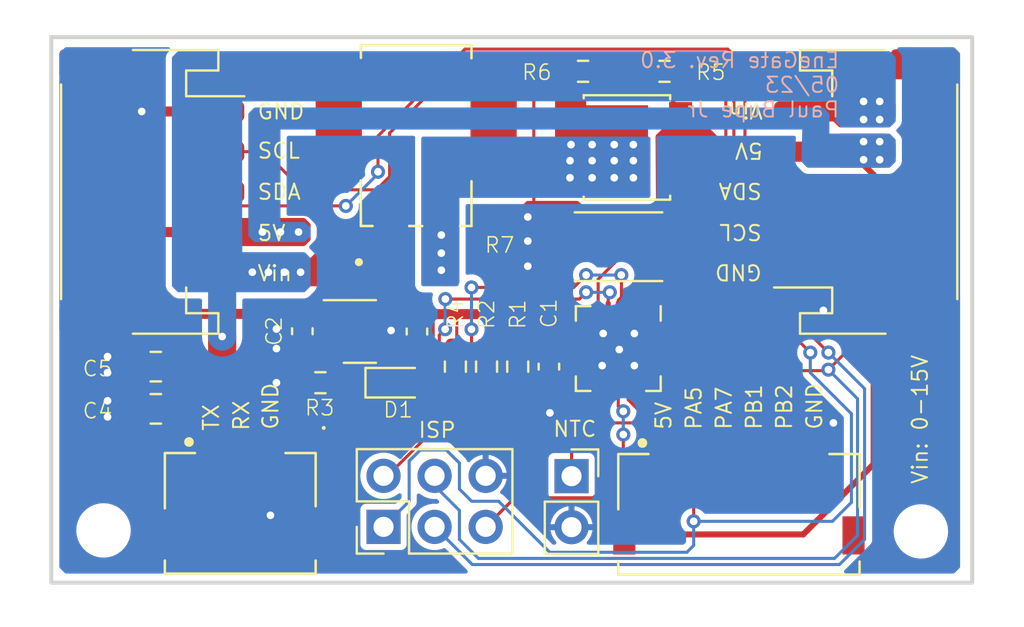
<source format=kicad_pcb>
(kicad_pcb (version 20221018) (generator pcbnew)

  (general
    (thickness 1.6)
  )

  (paper "A4")
  (layers
    (0 "F.Cu" signal)
    (31 "B.Cu" signal)
    (34 "B.Paste" user)
    (35 "F.Paste" user)
    (36 "B.SilkS" user "B.Silkscreen")
    (37 "F.SilkS" user "F.Silkscreen")
    (38 "B.Mask" user)
    (39 "F.Mask" user)
    (41 "Cmts.User" user "User.Comments")
    (44 "Edge.Cuts" user)
    (45 "Margin" user)
    (46 "B.CrtYd" user "B.Courtyard")
    (47 "F.CrtYd" user "F.Courtyard")
    (48 "B.Fab" user)
    (49 "F.Fab" user)
  )

  (setup
    (stackup
      (layer "F.SilkS" (type "Top Silk Screen"))
      (layer "F.Paste" (type "Top Solder Paste"))
      (layer "F.Mask" (type "Top Solder Mask") (color "#412C53FF") (thickness 0.01))
      (layer "F.Cu" (type "copper") (thickness 0.035))
      (layer "dielectric 1" (type "core") (thickness 1.51) (material "FR4") (epsilon_r 4.5) (loss_tangent 0.02))
      (layer "B.Cu" (type "copper") (thickness 0.035))
      (layer "B.Mask" (type "Bottom Solder Mask") (color "#412C53FF") (thickness 0.01))
      (layer "B.Paste" (type "Bottom Solder Paste"))
      (layer "B.SilkS" (type "Bottom Silk Screen"))
      (copper_finish "None")
      (dielectric_constraints no)
    )
    (pad_to_mask_clearance 0)
    (solder_mask_min_width 0.1016)
    (grid_origin 112.5 92.45)
    (pcbplotparams
      (layerselection 0x00010fc_ffffffff)
      (plot_on_all_layers_selection 0x0000000_00000000)
      (disableapertmacros false)
      (usegerberextensions false)
      (usegerberattributes true)
      (usegerberadvancedattributes true)
      (creategerberjobfile true)
      (dashed_line_dash_ratio 12.000000)
      (dashed_line_gap_ratio 3.000000)
      (svgprecision 4)
      (plotframeref false)
      (viasonmask false)
      (mode 1)
      (useauxorigin false)
      (hpglpennumber 1)
      (hpglpenspeed 20)
      (hpglpendiameter 15.000000)
      (dxfpolygonmode true)
      (dxfimperialunits true)
      (dxfusepcbnewfont true)
      (psnegative false)
      (psa4output false)
      (plotreference true)
      (plotvalue true)
      (plotinvisibletext false)
      (sketchpadsonfab false)
      (subtractmaskfromsilk false)
      (outputformat 1)
      (mirror false)
      (drillshape 1)
      (scaleselection 1)
      (outputdirectory "")
    )
  )

  (net 0 "")
  (net 1 "VCC")
  (net 2 "GND")
  (net 3 "+5V")
  (net 4 "/RX")
  (net 5 "Net-(D2-A)")
  (net 6 "/MISO{slash}PA5")
  (net 7 "/SCL{slash}SCK")
  (net 8 "/SDA{slash}MOSI")
  (net 9 "/RST")
  (net 10 "/TEMP")
  (net 11 "/PB2")
  (net 12 "/TX")
  (net 13 "/CUR_SENSE")
  (net 14 "/PWM")
  (net 15 "unconnected-(U1-NC-Pad6)")
  (net 16 "unconnected-(U1-NC-Pad7)")
  (net 17 "unconnected-(U1-NC-Pad10)")
  (net 18 "unconnected-(U1-NC-Pad17)")
  (net 19 "unconnected-(U1-NC-Pad18)")
  (net 20 "unconnected-(U1-NC-Pad19)")
  (net 21 "unconnected-(U2-NC-Pad4)")
  (net 22 "/LED")
  (net 23 "/Drain")
  (net 24 "/Gate")
  (net 25 "/PA7")
  (net 26 "/PB1")
  (net 27 "/Vin")

  (footprint "Package_DFN_QFN:QFN-20-1EP_4x4mm_P0.5mm_EP2.6x2.6mm" (layer "F.Cu") (at 140.7 80.8 -90))

  (footprint "Resistor_SMD:R_0603_1608Metric_Pad0.98x0.95mm_HandSolder" (layer "F.Cu") (at 134.15 81.7 90))

  (footprint "enegate_foot_Library:JST_PH_S5B-PH-SM4-TB_1x05-1MP_P2.00mm_Horizontal" (layer "F.Cu") (at 153.05 73 90))

  (footprint "Package_TO_SOT_SMD:LFPAK56" (layer "F.Cu") (at 141.13 70.79 180))

  (footprint "Resistor_SMD:R_2512_6332Metric_Pad1.40x3.35mm_HandSolder" (layer "F.Cu") (at 140.71 75.73 180))

  (footprint "Capacitor_SMD:C_0603_1608Metric_Pad1.08x0.95mm_HandSolder" (layer "F.Cu") (at 130.6875 79.95 -90))

  (footprint "enegate_foot_Library:D_2-DFN1006" (layer "F.Cu") (at 126.8 84.75))

  (footprint "Capacitor_SMD:C_0603_1608Metric_Pad1.08x0.95mm_HandSolder" (layer "F.Cu") (at 124.9875 79.9375 -90))

  (footprint "Resistor_SMD:R_0603_1608Metric_Pad0.98x0.95mm_HandSolder" (layer "F.Cu") (at 135.7 81.7 -90))

  (footprint "Capacitor_SMD:C_0805_2012Metric_Pad1.18x1.45mm_HandSolder" (layer "F.Cu") (at 117.7 81.7 180))

  (footprint "Resistor_SMD:R_0603_1608Metric_Pad0.98x0.95mm_HandSolder" (layer "F.Cu") (at 143 67 180))

  (footprint "Resistor_SMD:R_0603_1608Metric_Pad0.98x0.95mm_HandSolder" (layer "F.Cu") (at 132.6 81.7 -90))

  (footprint "enegate_foot_Library:PHOENIX_1702473" (layer "F.Cu") (at 130.65 70.2 180))

  (footprint "enegate_foot_Library:JST_PH_S5B-PH-SM4-TB_1x05-1MP_P2.00mm_Horizontal" (layer "F.Cu") (at 117.5 73 -90))

  (footprint "Capacitor_SMD:C_0603_1608Metric_Pad1.08x0.95mm_HandSolder" (layer "F.Cu") (at 137.25 81.7 -90))

  (footprint "Connector_PinSocket_2.54mm:PinSocket_1x02_P2.54mm_Vertical" (layer "F.Cu") (at 138.375 87.15))

  (footprint "MountingHole:MountingHole_2.2mm_M2" (layer "F.Cu") (at 115.1 89.85))

  (footprint "Resistor_SMD:R_0603_1608Metric_Pad0.98x0.95mm_HandSolder" (layer "F.Cu") (at 138.95 67 180))

  (footprint "enegate_foot_Library:JST_S3B-ZR-SM4A-TF" (layer "F.Cu") (at 121.9 86.45))

  (footprint "Capacitor_SMD:C_0805_2012Metric_Pad1.18x1.45mm_HandSolder" (layer "F.Cu") (at 117.7 83.8 180))

  (footprint "Package_TO_SOT_SMD:SOT-23-5" (layer "F.Cu") (at 127.85 79.95))

  (footprint "Resistor_SMD:R_0603_1608Metric_Pad0.98x0.95mm_HandSolder" (layer "F.Cu") (at 125.8875 82.5))

  (footprint "Connector_PinHeader_2.54mm:PinHeader_2x03_P2.54mm_Vertical" (layer "F.Cu") (at 129.025 89.675 90))

  (footprint "LED_SMD:LED_0603_1608Metric_Pad1.05x0.95mm_HandSolder" (layer "F.Cu") (at 129.7875 82.5))

  (footprint "MountingHole:MountingHole_2.2mm_M2" (layer "F.Cu") (at 155.75 89.9))

  (footprint "enegate_foot_Library:JST_S6B-ZR-SM4A-TF" (layer "F.Cu") (at 146.7 86.5))

  (gr_poly
    (pts
      (xy 130.9 77.7)
      (xy 130.9 70.25)
      (xy 142.3 70.25)
      (xy 142.3 73.3)
      (xy 132.8 73.3)
      (xy 132.8 77.7)
    )

    (stroke (width 0) (type default)) (fill solid) (layer "B.Mask") (tstamp 68ffe4e6-92df-450a-a6bf-66e2bf8cfa9a))
  (gr_rect (start 112.5 65.3) (end 158.3 92.45)
    (stroke (width 0.2) (type default)) (fill none) (layer "Edge.Cuts") (tstamp 9dfec203-6c34-4a2f-b2d7-33e9517a2d04))
  (gr_text "EneGate Rev. 3.0\n05/23\nPaul Bupe Jr" (at 151.75 69.35) (layer "B.SilkS") (tstamp 36816065-bc90-4945-8d62-f992cf51c968)
    (effects (font (size 0.762 0.762) (thickness 0.09525)) (justify left bottom mirror))
  )
  (gr_text "TX" (at 120.9 84.95 90) (layer "F.SilkS") (tstamp 02818a1d-82b7-46e9-b37c-2dcd3928d151)
    (effects (font (size 0.762 0.762) (thickness 0.1)) (justify left bottom))
  )
  (gr_text "Vin: 0-15V" (at 156.15 87.6 90) (layer "F.SilkS") (tstamp 2707a858-8230-4963-b513-a2b9c76d65ad)
    (effects (font (size 0.762 0.762) (thickness 0.09525)) (justify left bottom))
  )
  (gr_text "SDA" (at 147.9 72.5 180) (layer "F.SilkS") (tstamp 278d4ac6-ed5b-49eb-aab6-6edbf1aec5d8)
    (effects (font (size 0.762 0.762) (thickness 0.1)) (justify left bottom))
  )
  (gr_text "5V" (at 143.4 84.9 90) (layer "F.SilkS") (tstamp 3abafe87-911d-4206-9545-2985e975ad53)
    (effects (font (size 0.762 0.762) (thickness 0.1)) (justify left bottom))
  )
  (gr_text "GND" (at 150.9 84.9 90) (layer "F.SilkS") (tstamp 57332186-3b6e-4e0c-9c1b-f3d9e1c8d3e0)
    (effects (font (size 0.762 0.762) (thickness 0.1)) (justify left bottom))
  )
  (gr_text "RX" (at 122.4 84.95 90) (layer "F.SilkS") (tstamp 57f4a90d-d8f3-4498-8ad2-04d93df26e4e)
    (effects (font (size 0.762 0.762) (thickness 0.1)) (justify left bottom))
  )
  (gr_text "PA7" (at 146.4 84.9 90) (layer "F.SilkS") (tstamp 67dfc06e-f353-4de9-ae5c-13188aa647f3)
    (effects (font (size 0.762 0.762) (thickness 0.1)) (justify left bottom))
  )
  (gr_text "5V" (at 122.7 75.5) (layer "F.SilkS") (tstamp 76e290d9-6a9c-42a1-b600-ce5467ced04c)
    (effects (font (size 0.762 0.762) (thickness 0.1)) (justify left bottom))
  )
  (gr_text "SCL" (at 122.7 71.4) (layer "F.SilkS") (tstamp 7a0a6d16-8a77-4dfa-bc94-7581d4c8af2a)
    (effects (font (size 0.762 0.762) (thickness 0.1)) (justify left bottom))
  )
  (gr_text "5V" (at 147.95 70.5 180) (layer "F.SilkS") (tstamp 7ba2a575-4fec-4929-ab2d-8aed8e8bb316)
    (effects (font (size 0.762 0.762) (thickness 0.1)) (justify left bottom))
  )
  (gr_text "GND" (at 123.85 84.9 90) (layer "F.SilkS") (tstamp 80534bcb-24bb-4e6e-bb23-8bdfe19924ed)
    (effects (font (size 0.762 0.762) (thickness 0.1)) (justify left bottom))
  )
  (gr_text "SCL" (at 147.9 74.55 180) (layer "F.SilkS") (tstamp 83cfcf65-42ab-4dc5-bc67-dac153782aa7)
    (effects (font (size 0.762 0.762) (thickness 0.1)) (justify left bottom))
  )
  (gr_text "GND" (at 147.9 76.55 180) (layer "F.SilkS") (tstamp 8614ea11-d197-4f9c-b5d6-d527acb45c7c)
    (effects (font (size 0.762 0.762) (thickness 0.1)) (justify left bottom))
  )
  (gr_text "ISP" (at 130.7 85.3) (layer "F.SilkS") (tstamp 96adbbf8-0ddd-4b84-ae67-fb496708a0ab)
    (effects (font (size 0.762 0.762) (thickness 0.1)) (justify left bottom))
  )
  (gr_text "PB1" (at 147.9 84.9 90) (layer "F.SilkS") (tstamp ac1173b0-b931-4994-969e-0a3870e3e8f3)
    (effects (font (size 0.762 0.762) (thickness 0.1)) (justify left bottom))
  )
  (gr_text "Vin" (at 147.95 68.5 180) (layer "F.SilkS") (tstamp ad39f87e-3a6d-4c7f-b3f8-3a94e160bc9e)
    (effects (font (size 0.762 0.762) (thickness 0.1)) (justify left bottom))
  )
  (gr_text "GND" (at 122.7 69.45) (layer "F.SilkS") (tstamp ae7ab9bc-1bf8-45b6-bdfa-ef9ce2074466)
    (effects (font (size 0.762 0.762) (thickness 0.1)) (justify left bottom))
  )
  (gr_text "PA5" (at 144.9 84.9 90) (layer "F.SilkS") (tstamp b5c7e699-69d3-4497-854b-264cff80e691)
    (effects (font (size 0.762 0.762) (thickness 0.1)) (justify left bottom))
  )
  (gr_text "NTC" (at 137.4 85.25) (layer "F.SilkS") (tstamp baccc94a-f766-423a-8579-d266ff61f4ba)
    (effects (font (size 0.762 0.762) (thickness 0.1)) (justify left bottom))
  )
  (gr_text "SDA" (at 122.7 73.45) (layer "F.SilkS") (tstamp be1f2dd1-c28c-4ec2-930f-c464ce8aac46)
    (effects (font (size 0.762 0.762) (thickness 0.1)) (justify left bottom))
  )
  (gr_text "PB2" (at 149.4 84.9 90) (layer "F.SilkS") (tstamp d03829be-6078-4ae1-91a2-ca6ca5d92a81)
    (effects (font (size 0.762 0.762) (thickness 0.1)) (justify left bottom))
  )
  (gr_text "Vin" (at 122.7 77.5) (layer "F.SilkS") (tstamp f6872aae-c9d9-4a29-866c-da42d79c06e2)
    (effects (font (size 0.762 0.762) (thickness 0.1)) (justify left bottom))
  )

  (segment (start 138.775 81.3) (end 137.7125 81.3) (width 0.3) (layer "F.Cu") (net 1) (tstamp 130a953a-0ad8-4ffc-a0cf-41c4aea21a12))
  (segment (start 134.2 79.0875) (end 135.65 79.0875) (width 0.5) (layer "F.Cu") (net 1) (tstamp 17239f09-d133-4c79-8fdd-2f26fc5eb089))
  (segment (start 136.8375 79.0875) (end 137.3 79.55) (width 0.5) (layer "F.Cu") (net 1) (tstamp 228a18fc-0a46-478e-a149-6af08e5e1283))
  (segment (start 135.7 80.7875) (end 135.65 80.7375) (width 0.1524) (layer "F.Cu") (net 1) (tstamp 27ceb341-6c92-4f03-bc21-ab34b33f1840))
  (segment (start 134.15 80.7875) (end 134.15 79.1375) (width 0.1524) (layer "F.Cu") (net 1) (tstamp 343b9fb8-d450-4742-9214-2fcb4ca671eb))
  (segment (start 130.6 79) (end 130.6875 79.0875) (width 0.5) (layer "F.Cu") (net 1) (tstamp 5420405f-406c-4d28-baff-59ab70de0925))
  (segment (start 135.65 80.7375) (end 135.65 79.0875) (width 0.1524) (layer "F.Cu") (net 1) (tstamp 57f0dc44-a143-4dc2-9a06-a132c524e87a))
  (segment (start 137.3 79.55) (end 137.25 79.6) (width 0.5) (layer "F.Cu") (net 1) (tstamp 5e0c61ef-2835-485d-9faf-28be2780b8b3))
  (segment (start 134.15 81.25) (end 134.15 80.7875) (width 0.1524) (layer "F.Cu") (net 1) (tstamp 5fad2de7-b4ef-45a6-a7c8-4daa8082706f))
  (segment (start 131.6 79.0875) (end 132.65 79.0875) (width 0.5) (layer "F.Cu") (net 1) (tstamp 5fe814ad-a330-4c6e-b3ca-872444064431))
  (segment (start 130.6875 79.0875) (end 131.6 79.0875) (width 0.5) (layer "F.Cu") (net 1) (tstamp 7289c54b-08e3-4fa5-8470-cd3840f4e43a))
  (segment (start 131.4952 79.1923) (end 131.6 79.0875) (width 0.1524) (layer "F.Cu") (net 1) (tstamp 81594763-a740-4fe3-a6c8-f7eb349353ea))
  (segment (start 132.6 80.7875) (end 132.667729 80.719771) (width 0.1524) (layer "F.Cu") (net 1) (tstamp 84f8595b-4521-48b0-983c-6dbbb916ac8a))
  (segment (start 133.4 82.959165) (end 133.4 82) (width 0.1524) (layer "F.Cu") (net 1) (tstamp ad75eae4-4045-4d94-911e-91aa277c074c))
  (segment (start 137.7125 81.3) (end 137.25 80.8375) (width 0.3) (layer "F.Cu") (net 1) (tstamp bbc622ab-3fff-4ab7-a1dc-911d152ce761))
  (segment (start 132.667729 80.719771) (end 132.667729 79.105229) (width 0.1524) (layer "F.Cu") (net 1) (tstamp c70ab4f9-0b2f-4993-a246-3b5192567201))
  (segment (start 128.9875 79) (end 130.6 79) (width 0.5) (layer "F.Cu") (net 1) (tstamp d0dd8538-cc0f-4cea-ad09-bfc3cd49ed5b))
  (segment (start 129.025 87.135) (end 129.224165 87.135) (width 0.1524) (layer "F.Cu") (net 1) (tstamp d655de31-c0eb-4545-b3ec-56a44a4dc09f))
  (segment (start 131.2 82.5) (end 131.4952 82.2048) (width 0.1524) (layer "F.Cu") (net 1) (tstamp d8b83c2c-40d5-4532-924b-0f1afc037626))
  (segment (start 137.25 79.6) (end 137.25 80.8375) (width 0.5) (layer "F.Cu") (net 1) (tstamp dfe74fb8-a8a5-4873-b02e-4f366772ea47))
  (segment (start 133.4 82) (end 134.15 81.25) (width 0.1524) (layer "F.Cu") (net 1) (tstamp e1bae6b6-5725-4a78-a0b1-68b07d8a9bf9))
  (segment (start 132.65 79.0875) (end 134.2 79.0875) (width 0.5) (layer "F.Cu") (net 1) (tstamp eab4aff1-5f8c-41a6-b1c4-85292e276359))
  (segment (start 131.4952 82.2048) (end 131.4952 79.1923) (width 0.1524) (layer "F.Cu") (net 1) (tstamp ee5f4151-82e1-43e0-84ab-d0f9c89dabf7))
  (segment (start 130.6625 82.5) (end 131.2 82.5) (width 0.1524) (layer "F.Cu") (net 1) (tstamp ee69a698-1f72-4c29-b5bf-5fc4f5f2305c))
  (segment (start 129.224165 87.135) (end 133.4 82.959165) (width 0.1524) (layer "F.Cu") (net 1) (tstamp f00799d2-4d30-496f-865d-1cbc35e471b0))
  (segment (start 135.65 79.0875) (end 136.8375 79.0875) (width 0.5) (layer "F.Cu") (net 1) (tstamp ff4cb182-2749-40d1-8f82-4dc318d9cd88))
  (segment (start 150.2 77) (end 150.2 78.2) (width 0.5) (layer "F.Cu") (net 2) (tstamp 11a7cbe0-92af-4147-8aec-c8a22b01c0c5))
  (segment (start 140 80.8) (end 140.75 80.85) (width 0.1524) (layer "F.Cu") (net 2) (tstamp 23c91454-d62e-4eda-b798-2dde82a36ce4))
  (segment (start 126.7125 79.95) (end 123.8231 79.95) (width 0.1524) (layer "F.Cu") (net 2) (tstamp 2535aff9-3c22-4d9e-bb5e-311a1b250676))
  (segment (start 130.2 79.9) (end 129.4 79.9) (width 0.1524) (layer "F.Cu") (net 2) (tstamp 28b4e3b5-a984-4ec4-b2c9-638776406df5))
  (segment (start 130.6875 80.8125) (end 130.6875 80.3875) (width 0.1524) (layer "F.Cu") (net 2) (tstamp 2b5447bc-a13f-430b-ab7b-4cf53a0cd240))
  (segment (start 123.4 86.45) (end 123.4 89.1) (width 0.1524) (layer "F.Cu") (net 2) (tstamp 2f1292b2-ac52-48f0-9b63-babbf0bb22e0))
  (segment (start 138.775 80.8) (end 139.8 80.8) (width 0.1524) (layer "F.Cu") (net 2) (tstamp 31f9fc68-4f3f-47b8-96f7-42f26f4ec23d))
  (segment (start 123.8231 79.95) (end 123.7 79.8269) (width 0.1524) (layer "F.Cu") (net 2) (tstamp 360f9240-0d69-4445-ab04-5d4ce928fb0a))
  (segment (start 130.6875 80.3875) (end 130.2 79.9) (width 0.1524) (layer "F.Cu") (net 2) (tstamp 46353c12-eb76-447b-99a3-ceaa1a7b1039))
  (segment (start 139.9 80.7) (end 140 80.8) (width 0.1524) (layer "F.Cu") (net 2) (tstamp 4b60e508-203e-4270-8350-076b8581658f))
  (segment (start 150.45 86.5) (end 150.45 85.45) (width 0.1524) (layer "F.Cu") (net 2) (tstamp 54361572-9d42-4956-bab3-4aa41dff3966))
  (segment (start 124.975 82.5) (end 123.7 82.5) (width 0.1524) (layer "F.Cu") (net 2) (tstamp 5a7b4e75-6f66-47e0-95a7-71cb31f00152))
  (segment (start 137.25 83.95) (end 137.3 84) (width 0.5) (layer "F.Cu") (net 2) (tstamp 65e5c935-e892-49ea-b5fe-4e975819ebe1))
  (segment (start 137.789524 67) (end 138.0375 67) (width 0.1524) (layer "F.Cu") (net 2) (tstamp 76808277-d7bb-488d-8bea-a80c77c95e14))
  (segment (start 120.35 69) (end 117 69) (width 0.5) (layer "F.Cu") (net 2) (tstamp 769b5201-aa31-4268-b327-e8ef7871abe0))
  (segment (start 136.2 74.25) (end 136.5 73.95) (width 0.1524) (layer "F.Cu") (net 2) (tstamp 76cfc823-4144-4ddc-8bc0-a256664e86cd))
  (segment (start 136.5 68.289524) (end 137.789524 67) (width 0.1524) (layer "F.Cu") (net 2) (tstamp 7a425f58-b256-48b0-85ef-e81c4dfb5e26))
  (segment (start 150.45 85.45) (end 151.4 84.5) (width 0.1524) (layer "F.Cu") (net 2) (tstamp a208ac73-50a8-4ea1-b0a8-c3d912846435))
  (segment (start 139.8 80.8) (end 139.9 80.7) (width 0.1524) (layer "F.Cu") (net 2) (tstamp ae36fbd3-9e7e-49d4-b1b2-7cee3fa03797))
  (segment (start 124.9875 80.8) (end 123.7 80.8) (width 0.3) (layer "F.Cu") (net 2) (tstamp c6ccea46-294b-43cf-956f-74462d432e1c))
  (segment (start 150.2 78.2) (end 150.9 78.9) (width 0.5) (layer "F.Cu") (net 2) (tstamp db9ea17f-5473-4c55-9948-29bdb24fa995))
  (segment (start 137.25 82.5625) (end 137.25 83.95) (width 0.5) (layer "F.Cu") (net 2) (tstamp dbbe53a1-c0f2-4885-8c73-2a9d8cb9f6c2))
  (segment (start 136.5 73.95) (end 136.5 68.289524) (width 0.1524) (layer "F.Cu") (net 2) (tstamp e88abae7-a7c9-40ae-ba1c-0a490ab1f23b))
  (segment (start 140.75 80.85) (end 140.7 80.8) (width 0.1524) (layer "F.Cu") (net 2) (tstamp f998e6a7-5156-48a4-9d66-de05dc7b79c7))
  (via (at 150.9 78.9) (size 0.7) (drill 0.381) (layers "F.Cu" "B.Cu") (net 2) (tstamp 0311d064-eb28-452d-816a-0d56df3f9a2c))
  (via (at 115.3 83.4) (size 0.7) (drill 0.381) (layers "F.Cu" "B.Cu") (free) (net 2) (tstamp 0cb95621-7038-41ec-b2a4-adb919170e87))
  (via (at 141.5 80.05) (size 0.7) (drill 0.381) (layers "F.Cu" "B.Cu") (net 2) (tstamp 15a42681-4c6a-4314-a4e1-f7aba319b7e4))
  (via (at 123.7 80.8) (size 0.7) (drill 0.381) (layers "F.Cu" "B.Cu") (net 2) (tstamp 174bfbc8-7fb5-4e65-9262-1b8ebae5614b))
  (via (at 151.4 84.5) (size 0.7) (drill 0.381) (layers "F.Cu" "B.Cu") (net 2) (tstamp 1f21f6ee-4306-4492-a403-7d8a788f8902))
  (via (at 139.95 80.05) (size 0.7) (drill 0.381) (layers "F.Cu" "B.Cu") (net 2) (tstamp 24abd937-e90c-46fd-9e13-e75ae81505b0))
  (via (at 123.4 89.1) (size 0.7) (drill 0.381) (layers "F.Cu" "B.Cu") (net 2) (tstamp 341f5412-8d62-4f5d-be0b-f33e0363bc43))
  (via (at 115.3 82) (size 0.7) (drill 0.381) (layers "F.Cu" "B.Cu") (free) (net 2) (tstamp 37076c2b-ff10-4be0-a8fa-d6aea340c07b))
  (via (at 115.3 84.2) (size 0.7) (drill 0.381) (layers "F.Cu" "B.Cu") (free) (net 2) (tstamp 3cca13f3-a7fa-47a1-8df0-d8f14c6e7e6c))
  (via (at 136.2 74.25) (size 0.7) (drill 0.381) (layers "F.Cu" "B.Cu") (net 2) (tstamp 68751bcd-887c-4fe2-8756-b423b5d87e11))
  (via (at 129.4 79.9) (size 0.7) (drill 0.381) (layers "F.Cu" "B.Cu") (net 2) (tstamp 873ee0d0-5aea-4e9b-a853-1b138826ffd6))
  (via (at 123.7 82.5) (size 0.7) (drill 0.381) (layers "F.Cu" "B.Cu") (net 2) (tstamp 9fa86691-8655-48d2-b18a-9bb5df623d43))
  (via (at 136.2 75.45) (size 0.7) (drill 0.381) (layers "F.Cu" "B.Cu") (free) (net 2) (tstamp a40cb80c-be46-4e90-81fa-efa9de6cc72b))
  (via (at 139.9 81.65) (size 0.7) (drill 0.381) (layers "F.Cu" "B.Cu") (net 2) (tstamp a49f2b46-fc0f-43a3-b4d3-01b5c2b699e5))
  (via (at 123.7 79.8269) (size 0.7) (drill 0.381) (layers "F.Cu" "B.Cu") (net 2) (tstamp acb5495e-51aa-40e1-ab5a-2d8f55d98eb2))
  (via (at 141.5 81.65) (size 0.7) (drill 0.381) (layers "F.Cu" "B.Cu") (net 2) (tstamp bc99b8a6-82a3-4863-97e2-38198a09c0df))
  (via (at 137.3 84) (size 0.7) (drill 0.381) (layers "F.Cu" "B.Cu") (net 2) (tstamp bd4e9cdb-2f70-4b3e-89c9-843ce72de0a7))
  (via (at 117 69) (size 0.7) (drill 0.381) (layers "F.Cu" "B.Cu") (net 2) (tstamp c3aad57f-ee0b-40cb-8198-21a463d35ac5))
  (via (at 140.75 80.85) (size 0.7) (drill 0.381) (layers "F.Cu" "B.Cu") (net 2) (tstamp cffd376c-2a9c-4f16-9e8c-e8f6eb44a886))
  (via (at 115.3 81.2) (size 0.7) (drill 0.381) (layers "F.Cu" "B.Cu") (free) (net 2) (tstamp d77dddd6-72f0-4769-87c5-0a8183926aa3))
  (via (at 136.2 76.7) (size 0.7) (drill 0.381) (layers "F.Cu" "B.Cu") (free) (net 2) (tstamp f43e846c-a34a-45fa-86c1-bba75e6b0378))
  (segment (start 142.95 89.5) (end 143.5 90.05) (width 0.3) (layer "F.Cu") (net 3) (tstamp 0194c929-09c9-43bc-8e8e-3efdcfa6a75f))
  (segment (start 127.8 79) (end 128.0711 79.2711) (width 0.203) (layer "F.Cu") (net 3) (tstamp 05d46296-5cca-4af0-ab87-2addf6471fd2))
  (segment (start 124.9875 79.075) (end 117.975 79.075) (width 0.5) (layer "F.Cu") (net 3) (tstamp 0ad4f649-e40e-4c4b-8292-68f1f48f228a))
  (segment (start 124.9875 79.075) (end 126.6375 79.075) (width 0.5) (layer "F.Cu") (net 3) (tstamp 134a005e-a161-43ee-a9f9-4abb997788ed))
  (segment (start 128.0711 79.317301) (end 128.6 79.846201) (width 0.203) (layer "F.Cu") (net 3) (tstamp 359fb0ce-3e89-4614-910b-262cbc9d8154))
  (segment (start 142.95 86.5) (end 142.95 89.5) (width 0.3) (layer "F.Cu") (net 3) (tstamp 4e58a15a-8753-4bd1-a4a7-5be6d68df7f8))
  (segment (start 128.0711 79.2711) (end 128.0711 79.317301) (width 0.203) (layer "F.Cu") (net 3) (tstamp 4ec1f337-de98-45d3-a620-17ead8498ebe))
  (segment (start 118.7375 79.8375) (end 118.7375 81.7) (width 0.5) (layer "F.Cu") (net 3) (tstamp 55d18a66-3e82-4729-a95b-6a9494133ed3))
  (segment (start 117.6 78.7) (end 118.7375 79.8375) (width 0.5) (layer "F.Cu") (net 3) (tstamp 60301625-0329-44a2-b11a-7c8307269a6f))
  (segment (start 117.6 75.1) (end 117.6 78.7) (width 0.5) (layer "F.Cu") (net 3) (tstamp 603838c9-64de-49ed-af82-074df401e93e))
  (segment (start 127.753799 80.9) (end 126.7125 80.9) (width 0.203) (layer "F.Cu") (net 3) (tstamp 708da6ec-4e3c-479f-9423-4519aabd6c01))
  (segment (start 128.6 79.846201) (end 128.6 80.053799) (width 0.203) (layer "F.Cu") (net 3) (tstamp 86a82ed4-da9a-4911-8da7-de56c8e3cf3d))
  (segment (start 143.5 90.05) (end 149.9 90.05) (width 0.3) (layer "F.Cu") (net 3) (tstamp 89f348c7-ebd1-4054-b4bc-c2bc2446e98b))
  (segment (start 126.7125 79) (end 127.8 79) (width 0.203) (layer "F.Cu") (net 3) (tstamp 8c6d12a8-da5f-45a1-800f-c126ca5813a7))
  (segment (start 120.35 75) (end 117.7 75) (width 0.5) (layer "F.Cu") (net 3) (tstamp a25c2609-6b80-42f6-abcf-32f5d429157c))
  (segment (start 153.4 72.15) (end 152.25 71) (width 0.3) (layer "F.Cu") (net 3) (tstamp ae30e37d-a54b-4e9c-939f-bfd940962fc4))
  (segment (start 128.6 80.053799) (end 127.753799 80.9) (width 0.203) (layer "F.Cu") (net 3) (tstamp b4e0b86b-1de7-47ac-b366-6ed4b4d661e0))
  (segment (start 126.6375 79.075) (end 126.7125 79) (width 0.5) (layer "F.Cu") (net 3) (tstamp bd660b45-f6a4-4791-8788-15af25c8e4e6))
  (segment (start 117.7 75) (end 117.6 75.1) (width 0.5) (layer "F.Cu") (net 3) (tstamp d2c5d680-2ca4-450c-9d62-e59d6f681a50))
  (segment (start 149.9 90.05) (end 153.4 86.55) (width 0.3) (layer "F.Cu") (net 3) (tstamp e9e7041a-be6a-4838-957a-9562c195bd3b))
  (segment (start 117.975 79.075) (end 117.6 78.7) (width 0.5) (layer "F.Cu") (net 3) (tstamp ef9d07f2-3a01-4fd2-b873-e23e03d1b487))
  (segment (start 153.4 86.55) (end 153.4 72.15) (width 0.3) (layer "F.Cu") (net 3) (tstamp fd40f7ba-9754-4e0e-b461-d639d068cd5e))
  (segment (start 152.25 71) (end 150.2 71) (width 0.3) (layer "F.Cu") (net 3) (tstamp fd50f8eb-7eb2-408a-8551-6e2e54c0333b))
  (via (at 124.8 75) (size 0.7) (drill 0.381) (layers "F.Cu" "B.Cu") (free) (net 3) (tstamp 1704b7d2-086f-4e29-911f-8f7fb3eeec9d))
  (via (at 152.9 70.5) (size 0.7) (drill 0.381) (layers "F.Cu" "B.Cu") (free) (net 3) (tstamp 267559db-05bd-4669-b1ea-470b7225a48f))
  (via (at 152.9 71.4) (size 0.7) (drill 0.381) (layers "F.Cu" "B.Cu") (free) (net 3) (tstamp 312d89ef-74ce-4ee9-a155-eaca5e39de8a))
  (via (at 153.7 71.4) (size 0.7) (drill 0.381) (layers "F.Cu" "B.Cu") (free) (net 3) (tstamp 593cf188-5d6f-44f6-811b-581c9df6d353))
  (via (at 123 75) (size 0.7) (drill 0.381) (layers "F.Cu" "B.Cu") (free) (net 3) (tstamp 8a4e3407-2242-400b-a76e-a3f846390368))
  (via (at 153.7 70.5) (size 0.7) (drill 0.381) (layers "F.Cu" "B.Cu") (free) (net 3) (tstamp 94083411-6c53-4955-9a54-a070880356ad))
  (via (at 123.9 75) (size 0.7) (drill 0.381) (layers "F.Cu" "B.Cu") (free) (net 3) (tstamp b554af5c-98c0-4175-a99f-94620dfe9162))
  (segment (start 121.9 86.45) (end 121.9 85.55) (width 0.1524) (layer "F.Cu") (net 4) (tstamp 052eddbf-35cb-40e1-94ef-06ef4f69a153))
  (segment (start 122.7 84.75) (end 126.475 84.75) (width 0.1524) (layer "F.Cu") (net 4) (tstamp 98a19699-0d23-41f9-bb90-f156019c22d1))
  (segment (start 121.9 85.55) (end 122.7 84.75) (width 0.1524) (layer "F.Cu") (net 4) (tstamp f1e2cca3-28e0-4114-95a0-1baa81363ebd))
  (segment (start 139.1 77.140868) (end 138.483368 77.7575) (width 0.1524) (layer "F.Cu") (net 5) (tstamp 068aa191-3e58-487d-a932-40c55701b6f2))
  (segment (start 133.4 81.25) (end 133.4 79.8394) (width 0.1524) (layer "F.Cu") (net 5) (tstamp 09733873-8715-4da5-9093-5ce8e60ee7e1))
  (segment (start 132.6 82.831052) (end 132.6 82.6125) (width 0.1524) (layer "F.Cu") (net 5) (tstamp 1798be8b-85d9-40b8-bffc-e0f92d3bd291))
  (segment (start 132.6 82.6125) (end 132.6 82.05) (width 0.1524) (layer "F.Cu") (net 5) (tstamp 317e4ce8-0a79-47ed-9f7f-c74c1ba3f1ab))
  (segment (start 140.8567 78.239664) (end 140.7 78.396364) (width 0.1524) (layer "F.Cu") (net 5) (tstamp 3629b208-7ed6-4968-b0d4-c7bb5dcbee8b))
  (segment (start 140.7 78.396364) (end 140.7 78.875) (width 0.1524) (layer "F.Cu") (net 5) (tstamp 3e46c34a-3700-4617-8cce-055f7bb2fb05))
  (segment (start 138.483368 77.7575) (end 133.4 77.7575) (width 0.1524) (layer "F.Cu") (net 5) (tstamp 80d8d788-2ee0-4219-be76-ca07a6abcc80))
  (segment (start 132.6 82.05) (end 133.4 81.25) (width 0.1524) (layer "F.Cu") (net 5) (tstamp 8e47c733-cc47-4ce9-9d71-713bd1e48a57))
  (segment (start 140.85 77.140868) (end 140.8567 77.147568) (width 0.1524) (layer "F.Cu") (net 5) (tstamp a1cfeb96-f6e9-42a1-aeba-f17042f4e025))
  (segment (start 127.125 84.75) (end 130.681052 84.75) (width 0.1524) (layer "F.Cu") (net 5) (tstamp bde75ba6-95e4-4c0d-ac83-44fee2928b6d))
  (segment (start 140.8567 77.147568) (end 140.8567 78.239664) (width 0.1524) (layer "F.Cu") (net 5) (tstamp dff106f8-da33-4dc7-bba1-6df1277cc0ad))
  (segment (start 130.681052 84.75) (end 132.6 82.831052) (width 0.1524) (layer "F.Cu") (net 5) (tstamp ea6c5757-10ec-4a5e-8c32-9ee07478fcc9))
  (via (at 140.85 77.140868) (size 0.7) (drill 0.381) (layers "F.Cu" "B.Cu") (net 5) (tstamp 71bc1c3e-7aef-45cd-9c61-913a193abd1a))
  (via (at 139.1 77.140868) (size 0.7) (drill 0.381) (layers "F.Cu" "B.Cu") (net 5) (tstamp 8c1b79ac-20d0-4b78-a9e0-552c3d2013a2))
  (via (at 133.4 79.8394) (size 0.7) (drill 0.381) (layers "F.Cu" "B.Cu") (net 5) (tstamp a40cb0f7-d51b-42d6-a3f1-dd813654af76))
  (via (at 133.4 77.7575) (size 0.7) (drill 0.381) (layers "F.Cu" "B.Cu") (net 5) (tstamp ab3d30c5-59c2-4036-a59a-38d54cc0fd9c))
  (segment (start 133.4 79.8394) (end 133.4 77.7575) (width 0.1524) (layer "B.Cu") (net 5) (tstamp 702fcc6d-1be0-494a-80d3-ec4b80cd73bf))
  (segment (start 140.85 77.140868) (end 139.1 77.140868) (width 0.1524) (layer "B.Cu") (net 5) (tstamp f35e51d6-99fe-4a0f-ab9d-1f24054a1183))
  (segment (start 150.25 81) (end 149.05 79.8) (width 0.1524) (layer "F.Cu") (net 6) (tstamp 0f7efe4d-38d8-4d71-965e-5b2666059b92))
  (segment (start 149.05 79.8) (end 142.625 79.8) (width 0.1524) (layer "F.Cu") (net 6) (tstamp 8b96175d-bc01-4ed4-8a95-1d9f6a0d8266))
  (segment (start 144.45 89.3981) (end 144.45 86.5) (width 0.1524) (layer "F.Cu") (net 6) (tstamp a9faf778-33f5-4156-b654-bfa77bb81c90))
  (via (at 150.25 81) (size 0.7) (drill 0.381) (layers "F.Cu" "B.Cu") (net 6) (tstamp 77932684-2e7c-4ab0-95e9-d31457aae99e))
  (via (at 144.45 89.3981) (size 0.7) (drill 0.381) (layers "F.Cu" "B.Cu") (net 6) (tstamp e9cd05f6-79b8-43c5-9abb-844137b0d8ed))
  (segment (start 144.4519 89.4) (end 151.35 89.4) (width 0.1524) (layer "B.Cu") (net 6) (tstamp 160f1449-75e1-43a2-8e06-fd47563c13ff))
  (segment (start 144.45 89.3981) (end 144.4519 89.4) (width 0.1524) (layer "B.Cu") (net 6) (tstamp 2371a3e3-2cb5-4991-8c4c-b124ff50edfb))
  (segment (start 130.85 85.85) (end 130.3 86.4) (width 0.1524) (layer "B.Cu") (net 6) (tstamp 2fbfc226-101e-4c05-a761-c84c09e3fe7a))
  (segment (start 152.2952 88.4548) (end 152.2952 84.0452) (width 0.1524) (layer "B.Cu") (net 6) (tstamp 338dfad2-2fb4-4000-8935-8b88bb1fb391))
  (segment (start 144.45 89.3981) (end 144.45 90.6) (width 0.1524) (layer "B.Cu") (net 6) (tstamp 56b76d70-66dc-44b9-9d0c-b2a52e7cf15a))
  (segment (start 132.8 87.792159) (end 132.8 86.5) (width 0.1524) (layer "B.Cu") (net 6) (tstamp 56e61501-e197-411c-8e0e-1a43df983f12))
  (segment (start 144.45 90.6) (end 144.1096 90.9404) (width 0.1524) (layer "B.Cu") (net 6) (tstamp 58292958-7972-4cbc-b3f8-2beac87d812a))
  (segment (start 144.1096 90.9404) (end 137.2904 90.9404) (width 0.1524) (layer "B.Cu") (net 6) (tstamp 6a398a6e-a81c-40e5-90f3-2218767e532c))
  (segment (start 133.407841 88.4) (end 132.8 87.792159) (width 0.1524) (layer "B.Cu") (net 6) (tstamp 6f4b1c18-b4f6-4e7f-944e-7076d54e3ab0))
  (segment (start 152.2952 84.0452) (end 150.25 82) (width 0.1524) (layer "B.Cu") (net 6) (tstamp 85c51f57-a515-4392-b988-59939f21b44d))
  (segment (start 137.2904 90.9404) (end 134.75 88.4) (width 0.1524) (layer "B.Cu") (net 6) (tstamp 8b0a7e3c-14a1-4786-a960-ddf69a8eba57))
  (segment (start 130.3 86.4) (end 130.3 88.4) (width 0.1524) (layer "B.Cu") (net 6) (tstamp b5354484-0f39-4c4e-9004-83a2f768115f))
  (segment (start 150.25 82) (end 150.25 81) (width 0.1524) (layer "B.Cu") (net 6) (tstamp bc914a24-3333-4814-bea9-adc86ed6d3b3))
  (segment (start 132.15 85.85) (end 130.85 85.85) (width 0.1524) (layer "B.Cu") (net 6) (tstamp bcdb28be-3d6c-4d8e-888f-114191752011))
  (segment (start 130.3 88.4) (end 129.025 89.675) (width 0.1524) (layer "B.Cu") (net 6) (tstamp c88b49f0-b3d5-48ab-ac4f-aa091b149822))
  (segment (start 134.75 88.4) (end 133.407841 88.4) (width 0.1524) (layer "B.Cu") (net 6) (tstamp d515b212-7669-47bc-9a76-1a633d35d4d3))
  (segment (start 151.35 89.4) (end 152.2952 88.4548) (width 0.1524) (layer "B.Cu") (net 6) (tstamp e0a55db8-82e9-4fba-b880-c899a045fcad))
  (segment (start 132.8 86.5) (end 132.15 85.85) (width 0.1524) (layer "B.Cu") (net 6) (tstamp f66f7bf2-5622-4c2b-a4b8-23286da3e8e8))
  (segment (start 120.35 71) (end 123.1 71) (width 0.1524) (layer "F.Cu") (net 7) (tstamp 175d8055-92d0-4863-a378-c451940e67ba))
  (segment (start 123.1 71) (end 125 72.9) (width 0.1524) (layer "F.Cu") (net 7) (tstamp 25c46f7d-f29c-45e1-ba68-1d7cbcd6048c))
  (segment (start 146.45 67.2) (end 146.45 74.15) (width 0.1524) (layer "F.Cu") (net 7) (tstamp 2601545c-1da7-4a99-93dc-c08fb7eea508))
  (segment (start 149.001903 78.85) (end 147.45 78.85) (width 0.1524) (layer "F.Cu") (net 7) (tstamp 31d8c408-186d-444b-b62b-47f5b5b6d2ea))
  (segment (start 141.725 78.85) (end 141.7 78.875) (width 0.1524) (layer "F.Cu") (net 7) (tstamp 3341c434-9d44-4d14-a208-a090448906e3))
  (segment (start 133.2 66.2) (end 145.45 66.2) (width 0.1524) (layer "F.Cu") (net 7) (tstamp 34f35d5d-94e9-4a9b-a219-bd41e05f53ed))
  (segment (start 151.15 80.998097) (end 149.001903 78.85) (width 0.1524) (layer "F.Cu") (net 7) (tstamp 3500b540-817a-4e56-80ee-9d943cacb231))
  (segment (start 146.45 74.15) (end 146.45 78.75) (width 0.1524) (layer "F.Cu") (net 7) (tstamp 6207f0ff-776b-48ab-8756-603508d75b0e))
  (segment (start 146.45 78.75) (end 146.35 78.85) (width 0.1524) (layer "F.Cu") (net 7) (tstamp 6db3e857-82d4-433d-bbb1-f30d1192eb01))
  (segment (start 125 72.9) (end 128.668264 72.9) (width 0.1524) (layer "F.Cu") (net 7) (tstamp 79e0ec69-6bd2-42fb-ab60-a7db13f035f7))
  (segment (start 128.668264 72.9) (end 129.3286 72.239664) (width 0.1524) (layer "F.Cu") (net 7) (tstamp 7d6e0cea-c95b-459b-b508-3376af27eeea))
  (segment (start 146.45 74.15) (end 147.3 75) (width 0.1524) (layer "F.Cu") (net 7) (tstamp 8eeffcb5-587b-48b5-9d42-ca54d7b102b2))
  (segment (start 146.35 78.85) (end 141.725 78.85) (width 0.1524) (layer "F.Cu") (net 7) (tstamp 91b771d3-a4c2-41cc-8b17-740306da46ec))
  (segment (start 147.3 75) (end 150.2 75) (width 0.1524) (layer "F.Cu") (net 7) (tstamp a60ae331-16fb-4d24-b225-9f965dbc52ca))
  (segment (start 145.45 66.2) (end 146.45 67.2) (width 0.1524) (layer "F.Cu") (net 7) (tstamp d7d24e8f-b2c9-4abf-bc36-c8b6a87ce3c0))
  (segment (start 147.425 78.85) (end 146.35 78.85) (width 0.1524) (layer "F.Cu") (net 7) (tstamp df544887-1223-47e8-90ec-ac2bfe64773e))
  (segment (start 129.3286 72.239664) (end 129.3286 70.0714) (width 0.1524) (layer "F.Cu") (net 7) (tstamp e94220f4-3740-48e1-8ab0-9998f1fcad98))
  (segment (start 129.3286 70.0714) (end 133.2 66.2) (width 0.1524) (layer "F.Cu") (net 7) (tstamp fbed4ea4-9a64-494b-8ab7-7ca164b3a234))
  (via (at 151.15 80.998097) (size 0.7) (drill 0.381) (layers "F.Cu" "B.Cu") (net 7) (tstamp 68c95681-f768-440e-89ab-05e3deb820c3))
  (segment (start 133.44 91.55) (end 131.565 89.675) (width 0.1524) (layer "B.Cu") (net 7) (tstamp 235e6c2e-25f5-4da2-9023-40d4e1eb756c))
  (segment (start 152.95 90.3) (end 151.7 91.55) (width 0.1524) (layer "B.Cu") (net 7) (tstamp 7ce2c981-4d24-4043-aca8-1aaa1dfa66e4))
  (segment (start 151.7 91.55) (end 133.44 91.55) (width 0.1524) (layer "B.Cu") (net 7) (tstamp 85fa5596-3f9c-479e-a38d-387128c238ae))
  (segment (start 151.15 80.998097) (end 152.95 82.798097) (width 0.1524) (layer "B.Cu") (net 7) (tstamp a14b7d3a-343a-404a-ad9b-8cc0535c8d18))
  (segment (start 152.95 82.798097) (end 152.95 90.3) (width 0.1524) (layer "B.Cu") (net 7) (tstamp dee64fd1-b2de-4486-be08-884623865399))
  (segment (start 133.073748 65.8952) (end 146.1452 65.8952) (width 0.1524) (layer "F.Cu") (net 8) (tstamp 02a20dac-9d00-4855-b04d-ba596becb911))
  (segment (start 147.4 73) (end 150.2 73) (width 0.1524) (layer "F.Cu") (net 8) (tstamp 24fb9556-c04a-4446-bce6-b37b889a695a))
  (segment (start 142.725 81.9) (end 151.1 81.9) (width 0.1524) (layer "F.Cu") (net 8) (tstamp 28a7065a-fe74-43a5-b6df-8d93d5fd405d))
  (segment (start 151.1 81.9) (end 151.15 81.85) (width 0.1524) (layer "F.Cu") (net 8) (tstamp 2b279311-77e4-4f67-a3aa-43167a551bb5))
  (segment (start 146.1452 65.8952) (end 147 66.75) (width 0.1524) (layer "F.Cu") (net 8) (tstamp 3556f993-0093-4cb2-966d-5cd8adceaf33))
  (segment (start 142.625 81.8) (end 142.725 81.9) (width 0.1524) (layer "F.Cu") (net 8) (tstamp 3d1e5ac7-1554-48ec-bfbf-5438e13acc76))
  (segment (start 151.15 81.85) (end 152.7 80.3) (width 0.1524) (layer "F.Cu") (net 8) (tstamp 47dc3f8a-09ee-416d-a22d-e3420b1bad7b))
  (segment (start 152.7 80.3) (end 152.7 73.2) (width 0.1524) (layer "F.Cu") (net 8) (tstamp 792ceee1-1560-4913-b3c7-e3bcbb945a6d))
  (segment (start 121.05 73.7) (end 127.15 73.7) (width 0.1524) (layer "F.Cu") (net 8) (tstamp 97481c0b-b93b-4903-be14-23e5a1a44022))
  (segment (start 120.35 73) (end 121.05 73.7) (width 0.1524) (layer "F.Cu") (net 8) (tstamp 9a0def6e-3eaa-4971-817a-aa252fcceff7))
  (segment (start 152.7 73.2) (end 152.5 73) (width 0.1524) (layer "F.Cu") (net 8) (tstamp b2f5ef35-245a-4a36-a874-4357cfe77048))
  (segment (start 147 72.6) (end 147.4 73) (width 0.1524) (layer "F.Cu") (net 8) (tstamp c870b019-e234-445e-883d-7d2ac4f92b60))
  (segment (start 128.75 70.218948) (end 133.073748 65.8952) (width 0.1524) (layer "F.Cu") (net 8) (tstamp d5896200-c634-4b2a-8eea-5a371bd0337e))
  (segment (start 128.75 72) (end 128.75 70.218948) (width 0.1524) (layer "F.Cu") (net 8) (tstamp d69eeaa1-efa2-4e59-9c27-9af2bbc89a93))
  (segment (start 147 66.75) (end 147 72.6) (width 0.1524) (layer "F.Cu") (net 8) (tstamp e6065369-c577-42fe-b01f-8adbffe25219))
  (segment (start 152.5 73) (end 150.2 73) (width 0.1524) (layer "F.Cu") (net 8) (tstamp f76ef9cb-e4d1-43b8-bcf5-8b8146cafcca))
  (via (at 128.75 72) (size 0.7) (drill 0.381) (layers "F.Cu" "B.Cu") (net 8) (tstamp 17cc66c6-b184-4624-825c-c70c05d96751))
  (via (at 127.15 73.7) (size 0.7) (drill 0.381) (layers "F.Cu" "B.Cu") (net 8) (tstamp 2826841b-440f-4ed5-96cc-b25ad72e17be))
  (via (at 151.15 81.85) (size 0.7) (drill 0.381) (layers "F.Cu" "B.Cu") (net 8) (tstamp 47ea6673-119d-494e-8f00-06fc65eb8380))
  (segment (start 132.8 90.3) (end 133.7452 91.2452) (width 0.1524) (layer "B.Cu") (net 8) (tstamp 23205576-80a2-49ca-a2bb-4dc0e5dee58b))
  (segment (start 152.6 83.3) (end 151.15 81.85) (width 0.1524) (layer "B.Cu") (net 8) (tstamp 2b45d89b-8605-45c9-9488-a8d8eee06d9f))
  (segment (start 152.6 90.1) (end 152.6 83.3) (width 0.1524) (layer "B.Cu") (net 8) (tstamp 32223c57-9658-4f30-a37d-08f51f63c5be))
  (segment (start 128.75 72.1) (end 128.75 72) (width 0.1524) (layer "B.Cu") (net 8) (tstamp 342a71d6-016d-4a9d-8f30-737d7acf2414))
  (segment (start 127.15 73.7) (end 128.75 72.1) (width 0.1524) (layer "B.Cu") (net 8) (tstamp 354950ff-7b08-4c15-acb9-000b26345648))
  (segment (start 132.8 88.86) (end 132.8 90.3) (width 0.1524) (layer "B.Cu") (net 8) (tstamp 3db2a05d-c053-4baa-9b93-c4aedaff7968))
  (segment (start 131.565 87.625) (end 132.8 88.86) (width 0.1524) (layer "B.Cu") (net 8) (tstamp 5f93de8d-c8b7-4a85-a03e-e3f1525c1043))
  (segment (start 151.4548 91.2452) (end 152.6 90.1) (width 0.1524) (layer "B.Cu") (net 8) (tstamp 8ed73bcf-ca4c-49d2-8868-14a38f084d5b))
  (segment (start 133.7452 91.2452) (end 151.4548 91.2452) (width 0.1524) (layer "B.Cu") (net 8) (tstamp e70a6a03-1463-4cf3-afd9-26962d66ac12))
  (segment (start 131.565 87.135) (end 131.565 87.625) (width 0.1524) (layer "B.Cu") (net 8) (tstamp e896de33-67bd-4df1-a070-a67d43ca4220))
  (segment (start 134.105 89.675) (end 135.55 88.23) (width 0.1524) (layer "F.Cu") (net 9) (tstamp 0995d1b6-018e-493e-bb2f-f12878690f14))
  (segment (start 135.5514 88.2286) (end 134.105 89.675) (width 0.1524) (layer "F.Cu") (net 9) (tstamp 23bd9b22-84e8-4b29-9acc-d9e72a060f55))
  (segment (start 139.4536 88.2286) (end 135.5514 88.2286) (width 0.1524) (layer "F.Cu") (net 9) (tstamp 436755a1-bedf-4de1-b509-e513a653041b))
  (segment (start 134.15 83.95) (end 134.15 82.6125) (width 0.1524) (layer "F.Cu") (net 9) (tstamp 666fecb5-2327-471a-9a49-a7d05953152b))
  (segment (start 140.7 83.6719) (end 140.7 82.725) (width 0.1524) (layer "F.Cu") (net 9) (tstamp 81c08f4f-cbde-4041-8975-3ca16e605cb5))
  (segment (start 140.95 85.0781) (end 140.95 86.7322) (width 0.1524) (layer "F.Cu") (net 9) (tstamp 9458f081-14f8-43ae-ba3a-9d5d8f005fe6))
  (segment (start 140.95 83.9219) (end 140.7 83.6719) (width 0.1524) (layer "F.Cu") (net 9) (tstamp b87bc9b5-b58f-44b4-8292-20bed0c0af65))
  (segment (start 140.95 86.7322) (end 139.4536 88.2286) (width 0.1524) (layer "F.Cu") (net 9) (tstamp d8ac84f7-b7de-4f99-9969-3f345e803009))
  (segment (start 135.55 88.23) (end 135.55 85.35) (width 0.1524) (layer "F.Cu") (net 9) (tstamp edaae916-7fba-4790-996f-abee3758836d))
  (segment (start 135.55 85.35) (end 134.15 83.95) (width 0.1524) (layer "F.Cu") (net 9) (tstamp fa2e7aa4-1236-46e7-9050-770294ee3a6a))
  (via (at 140.95 85.0781) (size 0.7) (drill 0.381) (layers "F.Cu" "B.Cu") (net 9) (tstamp 00b41ad9-0afd-4ea2-9514-5a6229072302))
  (via (at 140.95 83.9219) (size 0.7) (drill 0.381) (layers "F.Cu" "B.Cu") (net 9) (tstamp 50710186-5951-4214-87de-288c85edb89d))
  (segment (start 140.95 85.0781) (end 140.95 83.9219) (width 0.1524) (layer "B.Cu") (net 9) (tstamp 9ff8aa0e-0607-4df4-9860-78e71fcca68c))
  (segment (start 138.375 84.675) (end 138.375 87.15) (width 0.1524) (layer "F.Cu") (net 10) (tstamp 1ea9e011-f23a-4173-bf13-4e24771d95d5))
  (segment (start 139.7 82.725) (end 139.7 83.35) (width 0.1524) (layer "F.Cu") (net 10) (tstamp 2fbccf2a-365f-402c-8d04-77546372ae58))
  (segment (start 138.375 84.625) (end 138.35 84.6) (width 0.1524) (layer "F.Cu") (net 10) (tstamp 3db33b5e-3527-4c05-bd25-01a5d6e472ae))
  (segment (start 136.35 84.6) (end 135.7 83.95) (width 0.1524) (layer "F.Cu") (net 10) (tstamp 4504154c-5ace-4baf-9eae-8d35b43029de))
  (segment (start 139.7 83.35) (end 138.375 84.675) (width 0.1524) (layer "F.Cu") (net 10) (tstamp 453b0c59-c11f-4d1b-830f-d60f80e44b18))
  (segment (start 135.7 83.95) (end 135.7 82.6125) (width 0.1524) (layer "F.Cu") (net 10) (tstamp 8d1105eb-78a6-4caf-b6ad-297f020848c8))
  (segment (start 138.375 87.15) (end 138.375 84.625) (width 0.1524) (layer "F.Cu") (net 10) (tstamp a645058a-3e92-4187-8204-a50044395b77))
  (segment (start 138.35 84.6) (end 136.35 84.6) (width 0.1524) (layer "F.Cu") (net 10) (tstamp b37b970c-f02c-4df5-9c73-1dcdaf9d93cd))
  (segment (start 141.2 83.35) (end 141.2 82.725) (width 0.1524) (layer "F.Cu") (net 11) (tstamp 1084b4f7-6136-4108-a38d-0dd3fb2d3651))
  (segment (start 147.2 83.85) (end 141.7 83.85) (width 0.1524) (layer "F.Cu") (net 11) (tstamp 1e77d981-162e-4eec-87c4-02a04a8e01fa))
  (segment (start 148.95 85.6) (end 147.2 83.85) (width 0.1524) (layer "F.Cu") (net 11) (tstamp 8c9ab2db-9434-4807-9db2-499ef4d043d7))
  (segment (start 148.95 86.5) (end 148.95 85.6) (width 0.1524) (layer "F.Cu") (net 11) (tstamp 98387b8a-92c5-4010-8f75-adc040364726))
  (segment (start 141.7 83.85) (end 141.2 83.35) (width 0.1524) (layer "F.Cu") (net 11) (tstamp d6c897be-bd34-437b-8c1c-c5710aaa4db0))
  (segment (start 120.4 86.45) (end 120.4 85.55) (width 0.1524) (layer "F.Cu") (net 12) (tstamp 078c7bcb-825f-49a3-9c2e-8f9c963cd98d))
  (segment (start 131.8 82.546665) (end 131.8 80.128529) (width 0.1524) (layer "F.Cu") (net 12) (tstamp 11d2e2d4-b970-494e-84f0-5f11806c0c76))
  (segment (start 140.2781 78) (end 140.2 78.0781) (width 0.1524) (layer "F.Cu") (net 12) (tstamp 5ba6c1eb-abe6-40af-866b-9b8ae0074457))
  (segment (start 131.8 80.128529) (end 132.089129 79.8394) (width 0.1524) (layer "F.Cu") (net 12) (tstamp b900151f-c0bb-4e9b-9903-4012bc0c24cf))
  (segment (start 122.15 83.8) (end 130.546665 83.8) (width 0.1524) (layer "F.Cu") (net 12) (tstamp bba7713c-46bd-4334-9590-5b18bf377c11))
  (segment (start 139.1 78) (end 138.7644 78.3356) (width 0.1524) (layer "F.Cu") (net 12) (tstamp cf031b3c-0f6e-44e3-9c6a-dd5d82fcda30))
  (segment (start 138.7644 78.3356) (end 132.1 78.3356) (width 0.1524) (layer "F.Cu") (net 12) (tstamp d0263ba0-10c3-4b6d-9f17-c0e4c3681efe))
  (segment (start 120.4 85.55) (end 122.15 83.8) (width 0.1524) (layer "F.Cu") (net 12) (tstamp ddd7225e-5585-4188-8d46-3f869f6b05c8))
  (segment (start 130.546665 83.8) (end 131.8 82.546665) (width 0.1524) (layer "F.Cu") (net 12) (tstamp f66a75ea-d590-4949-87ae-de0ee1c29450))
  (segment (start 140.2 78.0781) (end 140.2 78.875) (width 0.1524) (layer "F.Cu") (net 12) (tstamp fe5df995-a5bb-4b1d-8100-eb25583454f9))
  (via (at 132.1 78.3356) (size 0.7) (drill 0.381) (layers "F.Cu" "B.Cu") (net 12) (tstamp 0ecf117c-afa9-4314-91ce-f97820a7c9f0))
  (via (at 132.089129 79.8394) (size 0.7) (drill 0.381) (layers "F.Cu" "B.Cu") (net 12) (tstamp 2a97ddc5-83ff-4adb-bf5d-568810654076))
  (via (at 139.1 78) (size 0.7) (drill 0.381) (layers "F.Cu" "B.Cu") (net 12) (tstamp e994d85b-c2fb-4e68-84ca-1c6b991570c9))
  (via (at 140.2781 78) (size 0.7) (drill 0.381) (layers "F.Cu" "B.Cu") (net 12) (tstamp ed5c5cf8-47de-42ad-8393-653e474b5bc3))
  (segment (start 139.1 78) (end 140.2781 78) (width 0.1524) (layer "B.Cu") (net 12) (tstamp 526efc75-5cb6-45fe-868f-674735c634bf))
  (segment (start 132.089129 78.346471) (end 132.1 78.3356) (width 0.1524) (layer "B.Cu") (net 12) (tstamp 591ef851-c049-4505-9854-ef1c07011f02))
  (segment (start 132.089129 79.8394) (end 132.089129 78.346471) (width 0.1524) (layer "B.Cu") (net 12) (tstamp e3ee86bc-3d3b-43ab-b976-c39a47aebbfa))
  (segment (start 139.7 78.875) (end 139.7 77.35) (width 0.1524) (layer "F.Cu") (net 13) (tstamp 0e73df7e-8b98-44f5-9725-38efb6988aca))
  (segment (start 139.7 77.35) (end 141.3 75.75) (width 0.1524) (layer "F.Cu") (net 13) (tstamp 326c9f0c-97df-4134-afb3-652863699366))
  (segment (start 143.74 75.75) (end 143.76 75.73) (width 0.1524) (layer "F.Cu") (net 13) (tstamp 70bcdac4-c606-4115-ab57-b4a36e013664))
  (segment (start 141.3 75.75) (end 143.74 75.75) (width 0.1524) (layer "F.Cu") (net 13) (tstamp b03a1972-2b71-4c1e-a2ae-693e7172d194))
  (segment (start 146.05 78.15) (end 146.05 67.75) (width 0.1524) (layer "F.Cu") (net 14) (tstamp 13e5c050-1907-4636-825c-c1f349679dc5))
  (segment (start 141.2 78.875) (end 141.2 78.25) (width 0.1524) (layer "F.Cu") (net 14) (tstamp 42e6fcb6-ec14-4683-ab61-8e5f6e10b17e))
  (segment (start 141.3 78.15) (end 146.05 78.15) (width 0.1524) (layer "F.Cu") (net 14) (tstamp 5925533d-f0d2-4a46-96cb-8d512c08c4a3))
  (segment (start 145.3 67) (end 143.9125 67) (width 0.1524) (layer "F.Cu") (net 14) (tstamp 6be88f35-dc70-435b-82bd-c08064060b36))
  (segment (start 146.05 67.75) (end 145.3 67) (width 0.1524) (layer "F.Cu") (net 14) (tstamp 6c3e3b1f-1461-44c5-8fc5-5066b06662c1))
  (segment (start 141.2 78.25) (end 141.3 78.15) (width 0.1524) (layer "F.Cu") (net 14) (tstamp 6c5680ce-8acb-45f6-b5de-437429fe02a9))
  (segment (start 126.8 82.5) (end 128.9125 82.5) (width 0.203) (layer "F.Cu") (net 22) (tstamp 1d818d3c-19ff-4a69-a8d2-7be7225ff413))
  (segment (start 138.35 70.65) (end 138.9048 70.79) (width 1.4) (layer "F.Cu") (net 23) (tstamp 078b7827-9cc4-496f-ac19-0e96b83a704e))
  (segment (start 138.9048 70.79) (end 139.26 70.79) (width 1.4) (layer "F.Cu") (net 23) (tstamp 24c87595-d557-4460-879e-6c3f446b15c6))
  (segment (start 140.5 71.45) (end 140.5 70.65) (width 1.4) (layer "F.Cu") (net 23) (tstamp 444fc29d-27d9-489e-84f8-e86ea1389760))
  (segment (start 139.54 70.79) (end 139.4 71.45) (width 1.4) (layer "F.Cu") (net 23) (tstamp 46e95f37-6c5a-40e4-be30-74cfe916ed01))
  (segment (start 139.4 70.65) (end 139.54 70.79) (width 1.4) (layer "F.Cu") (net 23) (tstamp 52a6ffbc-8fb7-4cc5-9bc2-ddcfa09f233d))
  (segment (start 141.45 70.65) (end 141.45 71.45) (width 1.4) (layer "F.Cu") (net 23) (tstamp 542f5c27-d192-481a-b71b-995269263b5f))
  (segment (start 139.26 70.79) (end 139.4 70.65) (width 1.4) (layer "F.Cu") (net 23) (tstamp 5ef4f61a-5e7e-4b1f-a831-b79be77e3179))
  (segment (start 139.4 71.45) (end 140.5 71.45) (width 1.4) (layer "F.Cu") (net 23) (tstamp 7e50ab36-441f-41b5-a7da-97a3b84c77b7))
  (segment (start 140.5 70.65) (end 141.45 70.65) (width 1.4) (layer "F.Cu") (net 23) (tstamp bc58b88c-b711-41dc-b0ab-8f37dbe1635e))
  (segment (start 138.6248 70.79) (end 138.3 71.45) (width 1.4) (layer "F.Cu") (net 23) (tstamp c1136bac-b750-428c-85de-0451e7adbaa6))
  (segment (start 138.7648 70.79) (end 138.6248 70.79) (width 1.4) (layer "F.Cu") (net 23) (tstamp ce424744-210f-4197-be49-f8b392c4721a))
  (segment (start 141.45 71.45) (end 140.53 70.79) (width 1.4) (layer "F.Cu") (net 23) (tstamp ce927c3c-5c57-4193-b4c4-27383b6194b8))
  (segment (start 138.3 71.45) (end 138.35 70.65) (width 1.4) (layer "F.Cu") (net 23) (tstamp f09af63b-5d50-422d-b80e-0cd6a406fa14))
  (via (at 141.45 71.45) (size 0.7) (drill 0.381) (layers "F.Cu" "B.Cu") (net 23) (tstamp 06327f34-27bd-4ad0-8f51-3f568b85d949))
  (via (at 131.9 75.15) (size 0.7) (drill 0.381) (layers "F.Cu" "B.Cu") (net 23) (tstamp 0d9175e6-ee67-4bb1-8910-60166aa88650))
  (via (at 140.5 72.3) (size 0.7) (drill 0.381) (layers "F.Cu" "B.Cu") (net 23) (tstamp 0d9a077f-7c44-4d92-bc53-1798cfb05442))
  (via (at 139.4 71.45) (size 0.7) (drill 0.381) (layers "F.Cu" "B.Cu") (net 23) (tstamp 17b7089d-2f1e-4318-9cda-46bfcd382ade))
  (via (at 141.45 72.3) (size 0.7) (drill 0.381) (layers "F.Cu" "B.Cu") (net 23) (tstamp 34f7ff61-2a28-48d5-a6d7-134d3a43684d))
  (via (at 141.45 70.65) (size 0.7) (drill 0.381) (layers "F.Cu" "B.Cu") (net 23) (tstamp 3d55bbb1-cd17-4ce3-a6a3-a31a909e6dd7))
  (via (at 140.5 71.45) (size 0.7) (drill 0.381) (layers "F.Cu" "B.Cu") (net 23) (tstamp 5db93e03-3f13-47fb-a7d1-ff19dfe2ec9c))
  (via (at 140.5 70.65) (size 0.7) (drill 0.381) (layers "F.Cu" "B.Cu") (net 23) (tstamp 5e985f2e-cc78-4cac-a354-8d12bf552b2b))
  (via (at 138.3 72.3) (size 0.7) (drill 0.381) (layers "F.Cu" "B.Cu") (net 23) (tstamp 7f913afa-374b-4dcb-99f0-7064ef62bbe6))
  (via (at 138.3 71.45) (size 0.7) (drill 0.381) (layers "F.Cu" "B.Cu") (net 23) (tstamp 8b692fc5-a71f-45a6-ac99-880e8865fe77))
  (via (at 131.9 76.05) (size 0.7) (drill 0.381) (layers "F.Cu" "B.Cu") (net 23) (tstamp 908c3f6a-5654-471f-ae91-493514d60a8b))
  (via (at 131.9 76.9) (size 0.7) (drill 0.381) (layers "F.Cu" "B.Cu") (net 23) (tstamp a37d58e3-75f3-497a-bb76-d0019571262f))
  (via (at 138.35 70.65) (size 0.7) (drill 0.381) (layers "F.Cu" "B.Cu") (net 23) (tstamp d2c4cacc-7eff-4141-ba4d-faeeaeff1b49))
  (via (at 139.4 70.65) (size 0.7) (drill 0.381) (layers "F.Cu" "B.Cu") (net 23) (tstamp e0558b46-a5c7-442f-8d99-e30154f49087))
  (via (at 139.4 72.3) (size 0.7) (drill 0.381) (layers "F.Cu" "B.Cu") (net 23) (tstamp fa38c753-0849-4b8a-adf7-4ff00eae6160))
  (segment (start 142.0875 67.1675) (end 143.8 68.88) (width 0.1524) (layer "F.Cu") (net 24) (tstamp 92bd8243-bcc0-4e49-9c4a-428f6a697f7d))
  (segment (start 142.0875 67) (end 139.8625 67) (width 0.1524) (layer "F.Cu") (net 24) (tstamp a12b7be0-5fdb-43fb-9ca5-5c6f8c37c082))
  (segment (start 142.0875 67) (end 142.0875 67.1675) (width 0.1524) (layer "F.Cu") (net 24) (tstamp e884166d-0d16-44b2-933e-7de637694b0b))
  (segment (start 145.95 86.5) (end 145.95 88.2) (width 0.1524) (layer "F.Cu") (net 25) (tstamp 133ab9f7-f8ed-4a2c-9af1-1e8503ddb67c))
  (segment (start 149.15 88.65) (end 149.7 88.1) (width 0.1524) (layer "F.Cu") (net 25) (tstamp 49ab8163-2e31-48c0-9cae-e0eb38c26003))
  (segment (start 148.85 83.5) (end 141.95 83.5) (width 0.1524) (layer "F.Cu") (net 25) (tstamp 68d328f9-011c-4817-b77d-01b87a423958))
  (segment (start 146.4 88.65) (end 149.15 88.65) (width 0.1524) (layer "F.Cu") (net 25) (tstamp 69fabde3-1493-452b-868b-324a264e264a))
  (segment (start 141.95 83.5) (end 141.7 83.25) (width 0.1524) (layer "F.Cu") (net 25) (tstamp 76c8d07c-07dc-497d-a694-b32970257168))
  (segment (start 149.7 84.35) (end 148.85 83.5) (width 0.1524) (layer "F.Cu") (net 25) (tstamp 95c17c4f-b88e-43d8-b62c-246fc9ece3b7))
  (segment (start 141.7 83.25) (end 141.7 82.725) (width 0.1524) (layer "F.Cu") (net 25) (tstamp 9fc53722-ccbd-459f-89ea-1b8c7428a1b2))
  (segment (start 145.95 88.2) (end 146.4 88.65) (width 0.1524) (layer "F.Cu") (net 25) (tstamp c1ea97e4-3390-424a-871e-7192d25b00d4))
  (segment (start 149.7 88.1) (end 149.7 84.35) (width 0.1524) (layer "F.Cu") (net 25) (tstamp de9805ee-f467-46f6-811f-38f2bdf02f5e))
  (segment (start 147.45 85.6) (end 146.35 84.5) (width 0.1524) (layer "F.Cu") (net 26) (tstamp 91daf256-e54b-4729-aab3-d0cd0602b7fb))
  (segment (start 140.2 84.35) (end 140.2 82.725) (width 0.1524) (layer "F.Cu") (net 26) (tstamp 92ae5233-6baa-4dd3-bac7-93a5a98f92e4))
  (segment (start 147.45 86.5) (end 147.45 85.6) (width 0.1524) (layer "F.Cu") (net 26) (tstamp d7c88674-e4ca-4f66-bb37-7e35274be012))
  (segment (start 146.35 84.5) (end 140.35 84.5) (width 0.1524) (layer "F.Cu") (net 26) (tstamp e14bc84e-3a07-47db-98ed-3fb3ea9198f2))
  (segment (start 140.35 84.5) (end 140.2 84.35) (width 0.1524) (layer "F.Cu") (net 26) (tstamp fb131679-7a55-4e05-9410-29bfd4c2f0be))
  (segment (start 123.2 77) (end 123.3 77) (width 1.4) (layer "F.Cu") (net 27) (tstamp 01ced5b2-5874-4dfa-b5eb-57e478e179a4))
  (segment (start 124 77) (end 124.1 77) (width 1.4) (layer "F.Cu") (net 27) (tstamp 160345d5-0f36-469e-942f-9680d0e2b19e))
  (segment (start 124.1 77) (end 124.9 77) (width 1.4) (layer "F.Cu") (net 27) (tstamp 1a971ebf-f7ad-4fd2-baf1-c831532afef2))
  (segment (start 123.3 77) (end 124 77) (width 1.4) (layer "F.Cu") (net 27) (tstamp 50386480-4597-4a98-9223-04016a10fe38))
  (segment (start 121 81.809029) (end 119.009029 83.8) (width 1.4) (layer "F.Cu") (net 27) (tstamp 544a87eb-901a-48eb-bd11-e7d89a25bb78))
  (segment (start 126.6702 76) (end 129.4 76) (width 1.4) (layer "F.Cu") (net 27) (tstamp 579ed13e-7cab-45c1-b822-cc89516d942b))
  (segment (start 124.9 77) (end 125.6702 77) (width 1.4) (layer "F.Cu") (net 27) (tstamp 6e549287-d5ae-45c0-a609-a8c344707b8d))
  (segment (start 120.35 77) (end 122.4 77) (width 1.4) (layer "F.Cu") (net 27) (tstamp 7b2b03af-932c-454f-8710-856340023fa2))
  (segment (start 122.5 77) (end 123.2 77) (width 1.4) (layer "F.Cu") (net 27) (tstamp aaba325e-9115-4978-a9fb-b39cf7c96869))
  (segment (start 125.6702 77) (end 126.6702 76) (width 1.4) (layer "F.Cu") (net 27) (tstamp ba28a4ed-5e02-45fc-aead-dc382ca8a328))
  (segment (start 122.4 77) (end 122.5 77) (width 1.4) (layer "F.Cu") (net 27) (tstamp ca6c2653-b934-4b38-a9e2-f360180426d5))
  (segment (start 119.009029 83.8) (end 118.7375 83.8) (width 1.4) (layer "F.Cu") (net 27) (tstamp cd5eae3c-f45d-4340-9803-38c50b2ee772))
  (segment (start 121 80.2) (end 121 81.809029) (width 1.4) (layer "F.Cu") (net 27) (tstamp f37a0804-7126-41d8-a133-ed582c8a7333))
  (via (at 124.9 77) (size 0.7) (drill 0.381) (layers "F.Cu" "B.Cu") (net 27) (tstamp 62a93a55-21b0-490e-9316-13b76574e024))
  (via (at 152.9 69.4) (size 0.7) (drill 0.381) (layers "F.Cu" "B.Cu") (free) (net 27) (tstamp 7a5edf8f-1561-4c2d-9111-8e19645adc1d))
  (via (at 121 80.2) (size 0.7) (drill 0.381) (layers "F.Cu" "B.Cu") (net 27) (tstamp 8062f109-c338-41ae-a2c8-02efb8ea6cdd))
  (via (at 153.7 68.5) (size 0.7) (drill 0.381) (layers "F.Cu" "B.Cu") (free) (net 27) (tstamp 8089cfe9-b71c-4b47-ab85-043668ecfd2a))
  (via (at 122.5 77) (size 0.7) (drill 0.381) (layers "F.Cu" "B.Cu") (net 27) (tstamp 9c1e583d-03ad-4ed4-912c-bbd36d4d4fa2))
  (via (at 152.9 68.5) (size 0.7) (drill 0.381) (layers "F.Cu" "B.Cu") (free) (net 27) (tstamp aba13318-7c13-4a6e-8137-d92f543d2adb))
  (via (at 153.7 69.4) (size 0.7) (drill 0.381) (layers "F.Cu" "B.Cu") (free) (net 27) (tstamp c4aecccf-210e-4934-8ebf-bf2da3ad0d82))
  (via (at 123.3 77) (size 0.7) (drill 0.381) (layers "F.Cu" "B.Cu") (net 27) (tstamp c92d7c9d-17f2-40f5-a4f0-8ec43855ec72))
  (via (at 124.1 77) (size 0.7) (drill 0.381) (layers "F.Cu" "B.Cu") (net 27) (tstamp e6299243-a526-410c-ae87-06fb2286b4ec))
  (segment (start 121 80.2) (end 121 77) (width 1.4) (layer "B.Cu") (net 27) (tstamp fe2516de-07cb-4ab0-8c4f-725dc126b4ba))

  (zone (net 27) (net_name "/Vin") (layer "F.Cu") (tstamp 0c150f1e-2dc3-405f-a3ba-d2307aa7b654) (hatch edge 0.5)
    (priority 1)
    (connect_pads yes (clearance 0.3))
    (min_thickness 0.2) (filled_areas_thickness no)
    (fill yes (thermal_gap 0.2) (thermal_bridge_width 0.3) (smoothing chamfer) (radius 0.5))
    (polygon
      (pts
        (xy 151.2 68.1)
        (xy 154.5 68.1)
        (xy 154.5 69.8)
        (xy 151.2 69.8)
      )
    )
    (filled_polygon
      (layer "F.Cu")
      (pts
        (xy 154.017183 68.118907)
        (xy 154.028996 68.128996)
        (xy 154.471004 68.571004)
        (xy 154.498781 68.625521)
        (xy 154.5 68.641008)
        (xy 154.5 69.258991)
        (xy 154.481093 69.317182)
        (xy 154.471004 69.328994)
        (xy 154.034496 69.765503)
        (xy 153.979979 69.793281)
        (xy 153.964492 69.7945)
        (xy 151.741008 69.7945)
        (xy 151.739474 69.794544)
        (xy 151.680634 69.777945)
        (xy 151.665638 69.765638)
        (xy 151.228996 69.328996)
        (xy 151.201219 69.274479)
        (xy 151.2 69.258992)
        (xy 151.2 68.641008)
        (xy 151.218907 68.582817)
        (xy 151.228996 68.571004)
        (xy 151.671004 68.128996)
        (xy 151.725521 68.101219)
        (xy 151.741008 68.1)
        (xy 153.958992 68.1)
      )
    )
  )
  (zone (net 2) (net_name "GND") (layer "F.Cu") (tstamp 391aceba-f79f-4b00-bc23-28a2286b6967) (hatch edge 0.5)
    (priority 7)
    (connect_pads (clearance 0.3))
    (min_thickness 0.2) (filled_areas_thickness no)
    (fill yes (thermal_gap 0.2) (thermal_bridge_width 0.6) (smoothing chamfer) (radius 0.5))
    (polygon
      (pts
        (xy 135.65 73.45)
        (xy 139.2 73.45)
        (xy 139.2 77.55)
        (xy 135.65 77.55)
      )
    )
    (filled_polygon
      (layer "F.Cu")
      (pts
        (xy 138.717183 73.468907)
        (xy 138.728996 73.478996)
        (xy 139.171004 73.921004)
        (xy 139.198781 73.975521)
        (xy 139.2 73.991008)
        (xy 139.2 76.391368)
        (xy 139.181093 76.449559)
        (xy 139.131593 76.485523)
        (xy 139.101 76.490368)
        (xy 139.021013 76.490368)
        (xy 138.867636 76.52817)
        (xy 138.72776 76.601584)
        (xy 138.724647 76.604343)
        (xy 138.668552 76.628776)
        (xy 138.608808 76.615572)
        (xy 138.568236 76.569772)
        (xy 138.56 76.530238)
        (xy 138.56 76.030001)
        (xy 138.559999 76.03)
        (xy 136.76 76.03)
        (xy 136.76 77.206892)
        (xy 136.760216 77.211516)
        (xy 136.76285 77.239601)
        (xy 136.766175 77.249103)
        (xy 136.767547 77.310273)
        (xy 136.732703 77.360567)
        (xy 136.674951 77.380775)
        (xy 136.67273 77.3808)
        (xy 136.021808 77.3808)
        (xy 135.963617 77.361893)
        (xy 135.951804 77.351804)
        (xy 135.678996 77.078996)
        (xy 135.651219 77.024479)
        (xy 135.65 77.008992)
        (xy 135.65 75.429999)
        (xy 136.76 75.429999)
        (xy 136.760001 75.43)
        (xy 137.359999 75.43)
        (xy 137.36 75.429999)
        (xy 137.96 75.429999)
        (xy 137.960001 75.43)
        (xy 138.559999 75.43)
        (xy 138.56 75.429998)
        (xy 138.56 74.253107)
        (xy 138.559783 74.248483)
        (xy 138.557149 74.220397)
        (xy 138.512344 74.092351)
        (xy 138.431792 73.983207)
        (xy 138.322648 73.902655)
        (xy 138.194602 73.85785)
        (xy 138.166516 73.855216)
        (xy 138.161893 73.855)
        (xy 137.960001 73.855)
        (xy 137.96 73.855001)
        (xy 137.96 75.429999)
        (xy 137.36 75.429999)
        (xy 137.36 75.429998)
        (xy 137.36 73.855001)
        (xy 137.359999 73.855)
        (xy 137.158107 73.855)
        (xy 137.153483 73.855216)
        (xy 137.125397 73.85785)
        (xy 136.997351 73.902655)
        (xy 136.888207 73.983207)
        (xy 136.807655 74.092351)
        (xy 136.76285 74.220397)
        (xy 136.760216 74.248483)
        (xy 136.76 74.253107)
        (xy 136.76 75.429999)
        (xy 135.65 75.429999)
        (xy 135.65 73.991008)
        (xy 135.668907 73.932817)
        (xy 135.678996 73.921004)
        (xy 136.121004 73.478996)
        (xy 136.175521 73.451219)
        (xy 136.191008 73.45)
        (xy 138.658992 73.45)
      )
    )
  )
  (zone (net 3) (net_name "+5V") (layer "F.Cu") (tstamp 3c6aaa37-6f66-4bfe-bf3a-404cb6bb1fa9) (hatch edge 0.5)
    (priority 1)
    (connect_pads yes (clearance 0.3))
    (min_thickness 0.2) (filled_areas_thickness no)
    (fill yes (thermal_gap 0.2) (thermal_bridge_width 0.3) (smoothing chamfer) (radius 0.5))
    (polygon
      (pts
        (xy 151.2 70.1)
        (xy 154.5 70.1)
        (xy 154.5 71.8)
        (xy 151.2 71.8)
      )
    )
    (filled_polygon
      (layer "F.Cu")
      (pts
        (xy 154.017183 70.118907)
        (xy 154.028996 70.128996)
        (xy 154.471004 70.571004)
        (xy 154.498781 70.625521)
        (xy 154.5 70.641008)
        (xy 154.5 71.258991)
        (xy 154.481093 71.317182)
        (xy 154.471004 71.328994)
        (xy 154.028996 71.771003)
        (xy 153.974479 71.798781)
        (xy 153.958992 71.8)
        (xy 151.741008 71.8)
        (xy 151.682817 71.781093)
        (xy 151.671004 71.771004)
        (xy 151.228996 71.328996)
        (xy 151.201219 71.274479)
        (xy 151.2 71.258992)
        (xy 151.2 70.641008)
        (xy 151.218907 70.582817)
        (xy 151.228996 70.571004)
        (xy 151.671004 70.128996)
        (xy 151.725521 70.101219)
        (xy 151.741008 70.1)
        (xy 153.958992 70.1)
      )
    )
  )
  (zone (net 3) (net_name "+5V") (layer "F.Cu") (tstamp 6fbb471b-1500-4ae2-822d-41c5b06283a1) (hatch edge 0.5)
    (priority 4)
    (connect_pads yes (clearance 0.3))
    (min_thickness 0.2) (filled_areas_thickness no)
    (fill yes (thermal_gap 0.2) (thermal_bridge_width 0.3) (smoothing chamfer) (radius 0.3))
    (polygon
      (pts
        (xy 121.1 74.3)
        (xy 125.4 74.3)
        (xy 125.4 75.7)
        (xy 121.1 75.7)
      )
    )
    (filled_polygon
      (layer "F.Cu")
      (pts
        (xy 125.117183 74.318907)
        (xy 125.128996 74.328996)
        (xy 125.371004 74.571004)
        (xy 125.398781 74.625521)
        (xy 125.4 74.641008)
        (xy 125.4 75.358992)
        (xy 125.381093 75.417183)
        (xy 125.371004 75.428996)
        (xy 125.128996 75.671004)
        (xy 125.074479 75.698781)
        (xy 125.058992 75.7)
        (xy 121.441008 75.7)
        (xy 121.382817 75.681093)
        (xy 121.371004 75.671004)
        (xy 121.128996 75.428996)
        (xy 121.101219 75.374479)
        (xy 121.1 75.358992)
        (xy 121.1 74.641008)
        (xy 121.118907 74.582817)
        (xy 121.128996 74.571004)
        (xy 121.371004 74.328996)
        (xy 121.425521 74.301219)
        (xy 121.441008 74.3)
        (xy 125.058992 74.3)
      )
    )
  )
  (zone (net 13) (net_name "/CUR_SENSE") (layer "F.Cu") (tstamp 9a81d2d9-b23e-477c-9a53-e47ddf9f17e6) (hatch edge 0.5)
    (connect_pads (clearance 0.3))
    (min_thickness 0.2) (filled_areas_thickness no)
    (fill yes (thermal_gap 0.2) (thermal_bridge_width 0.6) (smoothing chamfer) (radius 0.5))
    (polygon
      (pts
        (xy 142.55 69.7)
        (xy 145.6 69.7)
        (xy 145.65 77.4)
        (xy 142.6 77.4)
      )
    )
    (filled_polygon
      (layer "F.Cu")
      (pts
        (xy 145.117371 69.718907)
        (xy 145.128956 69.728769)
        (xy 145.57429 70.171219)
        (xy 145.602244 70.225645)
        (xy 145.603512 70.240807)
        (xy 145.646485 76.858816)
        (xy 145.627956 76.917128)
        (xy 145.617717 76.929235)
        (xy 145.179033 77.370777)
        (xy 145.12461 77.39873)
        (xy 145.108805 77.4)
        (xy 144.740552 77.4)
        (xy 144.682361 77.381093)
        (xy 144.646397 77.331593)
        (xy 144.646397 77.270407)
        (xy 144.647107 77.268303)
        (xy 144.657149 77.239602)
        (xy 144.659783 77.211516)
        (xy 144.66 77.206892)
        (xy 144.66 76.03)
        (xy 142.860001 76.03)
        (xy 142.86 76.030001)
        (xy 142.86 76.923639)
        (xy 142.841093 76.98183)
        (xy 142.791593 77.017794)
        (xy 142.730407 77.017794)
        (xy 142.691225 76.99387)
        (xy 142.62571 76.92878)
        (xy 142.597755 76.874354)
        (xy 142.596488 76.859204)
        (xy 142.587207 75.429998)
        (xy 142.86 75.429998)
        (xy 142.860001 75.43)
        (xy 143.459999 75.43)
        (xy 143.46 75.429999)
        (xy 143.46 75.429998)
        (xy 144.06 75.429998)
        (xy 144.060001 75.43)
        (xy 144.659999 75.43)
        (xy 144.66 75.429999)
        (xy 144.66 74.253107)
        (xy 144.659783 74.248483)
        (xy 144.657149 74.220397)
        (xy 144.612344 74.092351)
        (xy 144.531792 73.983207)
        (xy 144.422648 73.902655)
        (xy 144.294602 73.85785)
        (xy 144.266516 73.855216)
        (xy 144.261893 73.855)
        (xy 144.060001 73.855)
        (xy 144.06 73.855001)
        (xy 144.06 75.429998)
        (xy 143.46 75.429998)
        (xy 143.46 73.855)
        (xy 143.258107 73.855)
        (xy 143.253483 73.855216)
        (xy 143.225397 73.85785)
        (xy 143.097351 73.902655)
        (xy 142.988207 73.983207)
        (xy 142.907655 74.092351)
        (xy 142.86285 74.220397)
        (xy 142.860216 74.248483)
        (xy 142.86 74.253107)
        (xy 142.86 75.429998)
        (xy 142.587207 75.429998)
        (xy 142.571881 73.069697)
        (xy 143.025 73.069697)
        (xy 143.036604 73.128036)
        (xy 143.080807 73.194192)
        (xy 143.146963 73.238395)
        (xy 143.205303 73.25)
        (xy 143.499999 73.25)
        (xy 143.5 73.249999)
        (xy 143.5 73.249998)
        (xy 144.1 73.249998)
        (xy 144.100001 73.25)
        (xy 144.394697 73.25)
        (xy 144.453036 73.238395)
        (xy 144.519192 73.194192)
        (xy 144.563395 73.128036)
        (xy 144.575 73.069697)
        (xy 144.575 73.000001)
        (xy 144.574999 73)
        (xy 144.100001 73)
        (xy 144.1 73.000001)
        (xy 144.1 73.249998)
        (xy 143.5 73.249998)
        (xy 143.5 73.000001)
        (xy 143.499999 73)
        (xy 143.025001 73)
        (xy 143.025 73.000001)
        (xy 143.025 73.069697)
        (xy 142.571881 73.069697)
        (xy 142.567532 72.399998)
        (xy 143.025 72.399998)
        (xy 143.025001 72.4)
        (xy 144.574999 72.4)
        (xy 144.575 72.399998)
        (xy 144.575 72.330302)
        (xy 144.563395 72.271963)
        (xy 144.519192 72.205807)
        (xy 144.44475 72.156067)
        (xy 144.402134 72.132202)
        (xy 144.376518 72.076637)
        (xy 144.388455 72.016627)
        (xy 144.433384 71.975094)
        (xy 144.452125 71.969004)
        (xy 144.519192 71.924192)
        (xy 144.563395 71.858036)
        (xy 144.575 71.799697)
        (xy 144.575 71.730001)
        (xy 144.574999 71.73)
        (xy 143.025001 71.73)
        (xy 143.025 71.730001)
        (xy 143.025 71.799697)
        (xy 143.036604 71.858036)
        (xy 143.080807 71.924192)
        (xy 143.155248 71.973931)
        (xy 143.197865 71.997799)
        (xy 143.223481 72.053364)
        (xy 143.211544 72.113374)
        (xy 143.166614 72.154906)
        (xy 143.147873 72.160995)
        (xy 143.080807 72.205807)
        (xy 143.036604 72.271963)
        (xy 143.025 72.330302)
        (xy 143.025 72.399998)
        (xy 142.567532 72.399998)
        (xy 142.559285 71.129998)
        (xy 143.025 71.129998)
        (xy 143.025001 71.13)
        (xy 144.574999 71.13)
        (xy 144.575 71.129998)
        (xy 144.575 71.060302)
        (xy 144.563395 71.001963)
        (xy 144.519192 70.935807)
        (xy 144.453037 70.891604)
        (xy 144.430381 70.887098)
        (xy 144.376997 70.857202)
        (xy 144.351381 70.801637)
        (xy 144.363318 70.741627)
        (xy 144.408247 70.700094)
        (xy 144.430381 70.692902)
        (xy 144.453037 70.688395)
        (xy 144.519192 70.644192)
        (xy 144.563395 70.578036)
        (xy 144.575 70.519697)
        (xy 144.575 70.450001)
        (xy 144.574999 70.45)
        (xy 143.025001 70.45)
        (xy 143.025 70.450001)
        (xy 143.025 70.519697)
        (xy 143.036604 70.578036)
        (xy 143.080807 70.644192)
        (xy 143.146963 70.688395)
        (xy 143.169618 70.692902)
        (xy 143.223002 70.722799)
        (xy 143.248618 70.778364)
        (xy 143.236681 70.838374)
        (xy 143.191751 70.879906)
        (xy 143.169618 70.887098)
        (xy 143.146963 70.891604)
        (xy 143.080807 70.935807)
        (xy 143.036604 71.001963)
        (xy 143.025 71.060302)
        (xy 143.025 71.129998)
        (xy 142.559285 71.129998)
        (xy 142.553514 70.241181)
        (xy 142.572043 70.182871)
        (xy 142.58227 70.170776)
        (xy 142.892784 69.858239)
        (xy 142.947207 69.830288)
        (xy 143.007669 69.839663)
        (xy 143.021946 69.85)
        (xy 144.574999 69.85)
        (xy 144.575 69.849998)
        (xy 144.575 69.799)
        (xy 144.593907 69.740809)
        (xy 144.643407 69.704845)
        (xy 144.674 69.7)
        (xy 145.05918 69.7)
      )
    )
  )
  (zone (net 2) (net_name "GND") (layer "F.Cu") (tstamp fe8fa6dd-c2b1-431d-b2ba-1d04284865fa) (hatch edge 0.5)
    (priority 5)
    (connect_pads (clearance 0.3))
    (min_thickness 0.2) (filled_areas_thickness no)
    (fill yes (thermal_gap 0.2) (thermal_bridge_width 0.3) (smoothing chamfer) (radius 0.3))
    (polygon
      (pts
        (xy 114.9 80.5)
        (xy 117.7 80.5)
        (xy 117.7 85)
        (xy 114.9 85)
      )
    )
    (filled_polygon
      (layer "F.Cu")
      (pts
        (xy 117.417183 80.518907)
        (xy 117.428995 80.528996)
        (xy 117.671003 80.771003)
        (xy 117.698781 80.82552)
        (xy 117.7 80.841007)
        (xy 117.7 84.658992)
        (xy 117.681093 84.717183)
        (xy 117.671004 84.728996)
        (xy 117.428996 84.971004)
        (xy 117.374479 84.998781)
        (xy 117.358992 85)
        (xy 115.241008 85)
        (xy 115.182817 84.981093)
        (xy 115.171004 84.971004)
        (xy 114.928996 84.728996)
        (xy 114.901219 84.674479)
        (xy 114.9 84.658992)
        (xy 114.9 84.326888)
        (xy 115.875001 84.326888)
        (xy 115.875216 84.331504)
        (xy 115.877851 84.359604)
        (xy 115.922654 84.487645)
        (xy 116.003208 84.596791)
        (xy 116.112354 84.677345)
        (xy 116.240398 84.722149)
        (xy 116.268484 84.724783)
        (xy 116.273108 84.724999)
        (xy 116.512498 84.724999)
        (xy 116.5125 84.724998)
        (xy 116.8125 84.724998)
        (xy 116.812501 84.724999)
        (xy 117.051888 84.724999)
        (xy 117.056504 84.724783)
        (xy 117.084604 84.722148)
        (xy 117.212645 84.677345)
        (xy 117.321791 84.596791)
        (xy 117.402345 84.487645)
        (xy 117.447149 84.359601)
        (xy 117.449783 84.331515)
        (xy 117.45 84.326891)
        (xy 117.45 83.950001)
        (xy 117.449999 83.95)
        (xy 116.812501 83.95)
        (xy 116.8125 83.950001)
        (xy 116.8125 84.724998)
        (xy 116.5125 84.724998)
        (xy 116.5125 83.950001)
        (xy 116.512499 83.95)
        (xy 115.875002 83.95)
        (xy 115.875001 83.950001)
        (xy 115.875001 84.326888)
        (xy 114.9 84.326888)
        (xy 114.9 83.649999)
        (xy 115.875 83.649999)
        (xy 115.875001 83.65)
        (xy 116.512499 83.65)
        (xy 116.5125 83.649999)
        (xy 116.8125 83.649999)
        (xy 116.812501 83.65)
        (xy 117.449998 83.65)
        (xy 117.449999 83.649998)
        (xy 117.449999 83.273112)
        (xy 117.449783 83.268495)
        (xy 117.447148 83.240395)
        (xy 117.402345 83.112354)
        (xy 117.321791 83.003208)
        (xy 117.212645 82.922654)
        (xy 117.084601 82.87785)
        (xy 117.056515 82.875216)
        (xy 117.051892 82.875)
        (xy 116.812501 82.875)
        (xy 116.8125 82.875001)
        (xy 116.8125 83.649999)
        (xy 116.5125 83.649999)
        (xy 116.5125 82.875001)
        (xy 116.512499 82.875)
        (xy 116.273112 82.875)
        (xy 116.268495 82.875216)
        (xy 116.240395 82.877851)
        (xy 116.112354 82.922654)
        (xy 116.003208 83.003208)
        (xy 115.922654 83.112354)
        (xy 115.87785 83.240398)
        (xy 115.875216 83.268484)
        (xy 115.875 83.273108)
        (xy 115.875 83.649999)
        (xy 114.9 83.649999)
        (xy 114.9 82.226888)
        (xy 115.875001 82.226888)
        (xy 115.875216 82.231504)
        (xy 115.877851 82.259604)
        (xy 115.922654 82.387645)
        (xy 116.003208 82.496791)
        (xy 116.112354 82.577345)
        (xy 116.240398 82.622149)
        (xy 116.268484 82.624783)
        (xy 116.273108 82.624999)
        (xy 116.512498 82.624999)
        (xy 116.5125 82.624998)
        (xy 116.5125 82.624997)
        (xy 116.8125 82.624997)
        (xy 116.812501 82.624999)
        (xy 117.051888 82.624999)
        (xy 117.056504 82.624783)
        (xy 117.084604 82.622148)
        (xy 117.212645 82.577345)
        (xy 117.321791 82.496791)
        (xy 117.402345 82.387645)
        (xy 117.447149 82.259601)
        (xy 117.449783 82.231515)
        (xy 117.45 82.226891)
        (xy 117.45 81.850001)
        (xy 117.449999 81.85)
        (xy 116.812501 81.85)
        (xy 116.8125 81.850001)
        (xy 116.8125 82.624997)
        (xy 116.5125 82.624997)
        (xy 116.5125 81.850001)
        (xy 116.512499 81.85)
        (xy 115.875002 81.85)
        (xy 115.875001 81.850001)
        (xy 115.875001 82.226888)
        (xy 114.9 82.226888)
        (xy 114.9 81.549999)
        (xy 115.875 81.549999)
        (xy 115.875001 81.55)
        (xy 116.512499 81.55)
        (xy 116.5125 81.549999)
        (xy 116.5125 81.549998)
        (xy 116.8125 81.549998)
        (xy 116.812501 81.55)
        (xy 117.449998 81.55)
        (xy 117.449999 81.549999)
        (xy 117.449999 81.173112)
        (xy 117.449783 81.168495)
        (xy 117.447148 81.140395)
        (xy 117.402345 81.012354)
        (xy 117.321791 80.903208)
        (xy 117.212645 80.822654)
        (xy 117.084601 80.77785)
        (xy 117.056515 80.775216)
        (xy 117.051892 80.775)
        (xy 116.812501 80.775)
        (xy 116.8125 80.775001)
        (xy 116.8125 81.549998)
        (xy 116.5125 81.549998)
        (xy 116.5125 80.775)
        (xy 116.273112 80.775)
        (xy 116.268495 80.775216)
        (xy 116.240395 80.777851)
        (xy 116.112354 80.822654)
        (xy 116.003208 80.903208)
        (xy 115.922654 81.012354)
        (xy 115.87785 81.140398)
        (xy 115.875216 81.168484)
        (xy 115.875 81.173108)
        (xy 115.875 81.549999)
        (xy 114.9 81.549999)
        (xy 114.9 80.841007)
        (xy 114.918907 80.782816)
        (xy 114.928997 80.771003)
        (xy 115.171005 80.528996)
        (xy 115.225521 80.501219)
        (xy 115.241008 80.5)
        (xy 117.358992 80.5)
      )
    )
  )
  (zone (net 23) (net_name "/Drain") (layer "B.Cu") (tstamp 2038f0cc-5d47-4c82-8cb3-a91ddea794e1) (hatch edge 0.5)
    (priority 6)
    (connect_pads (clearance 0.3))
    (min_thickness 0.2) (filled_areas_thickness no)
    (fill yes (thermal_gap 0.2) (thermal_bridge_width 0.3))
    (polygon
      (pts
        (xy 142.3 70.25)
        (xy 142.3 73.3)
        (xy 132.8 73.3)
        (xy 132.8 77.7)
        (xy 130.9 77.7)
        (xy 130.9 70.25)
      )
    )
    (filled_polygon
      (layer "B.Cu")
      (pts
        (xy 142.259191 70.268907)
        (xy 142.295155 70.318407)
        (xy 142.3 70.349)
        (xy 142.3 73.201)
        (xy 142.281093 73.259191)
        (xy 142.231593 73.295155)
        (xy 142.201 73.3)
        (xy 132.8 73.3)
        (xy 132.8 77.486988)
        (xy 132.793567 77.522093)
        (xy 132.763762 77.600682)
        (xy 132.762276 77.612931)
        (xy 132.736494 77.668419)
        (xy 132.68302 77.698155)
        (xy 132.663998 77.7)
        (xy 132.251458 77.7)
        (xy 132.227766 77.697123)
        (xy 132.178987 77.6851)
        (xy 132.178985 77.6851)
        (xy 132.021015 77.6851)
        (xy 132.021013 77.6851)
        (xy 131.972234 77.697123)
        (xy 131.948542 77.7)
        (xy 130.999 77.7)
        (xy 130.940809 77.681093)
        (xy 130.904845 77.631593)
        (xy 130.9 77.601)
        (xy 130.9 70.349)
        (xy 130.918907 70.290809)
        (xy 130.968407 70.254845)
        (xy 130.999 70.25)
        (xy 142.201 70.25)
      )
    )
  )
  (zone (net 27) (net_name "/Vin") (layer "B.Cu") (tstamp 3e873d78-6722-41ac-8a7e-10fb5252d78b) (hatch edge 0.5)
    (priority 2)
    (connect_pads yes (clearance 0.3))
    (min_thickness 0.2) (filled_areas_thickness no)
    (fill yes (thermal_gap 0.2) (thermal_bridge_width 0.3) (smoothing chamfer) (radius 0.3))
    (polygon
      (pts
        (xy 118.5 66)
        (xy 154.5 66)
        (xy 154.5 69.8)
        (xy 151.5 69.8)
        (xy 151.5 68.5)
        (xy 122 68.5)
        (xy 122 76)
        (xy 125.4 76)
        (xy 125.4 78)
        (xy 118.5 78)
      )
    )
    (filled_polygon
      (layer "B.Cu")
      (pts
        (xy 154.217183 66.018907)
        (xy 154.228996 66.028996)
        (xy 154.471004 66.271004)
        (xy 154.498781 66.325521)
        (xy 154.5 66.341008)
        (xy 154.5 69.458992)
        (xy 154.481093 69.517183)
        (xy 154.471004 69.528996)
        (xy 154.234496 69.765504)
        (xy 154.179979 69.793281)
        (xy 154.164492 69.7945)
        (xy 151.835508 69.7945)
        (xy 151.777317 69.775593)
        (xy 151.765504 69.765504)
        (xy 151.534496 69.534496)
        (xy 151.506719 69.479979)
        (xy 151.5055 69.464492)
        (xy 151.5055 69.141006)
        (xy 151.505443 69.139054)
        (xy 151.504558 69.117032)
        (xy 151.504425 69.115093)
        (xy 151.503339 69.101546)
        (xy 151.501823 69.084783)
        (xy 151.501975 69.084769)
        (xy 151.5 69.071066)
        (xy 151.5 68.800001)
        (xy 151.5 68.8)
        (xy 151.5 68.5)
        (xy 151.2 68.5)
        (xy 151.199999 68.5)
        (xy 150.901509 68.5)
        (xy 150.886022 68.498781)
        (xy 150.858993 68.4945)
        (xy 150.858992 68.4945)
        (xy 122.641008 68.4945)
        (xy 122.639056 68.494557)
        (xy 122.617036 68.495442)
        (xy 122.615099 68.495575)
        (xy 122.601549 68.496661)
        (xy 122.594525 68.497296)
        (xy 122.594524 68.497296)
        (xy 122.584785 68.498177)
        (xy 122.584771 68.498024)
        (xy 122.571069 68.5)
        (xy 122.300001 68.5)
        (xy 122.3 68.5)
        (xy 122 68.5)
        (xy 122 68.800001)
        (xy 122 69.09849)
        (xy 121.998781 69.113977)
        (xy 121.9945 69.141006)
        (xy 121.9945 75.158991)
        (xy 121.994557 75.160943)
        (xy 121.995442 75.182963)
        (xy 121.995575 75.1849)
        (xy 121.996661 75.19845)
        (xy 121.998177 75.215217)
        (xy 121.998024 75.21523)
        (xy 122 75.228929)
        (xy 122 76)
        (xy 125.058992 76)
        (xy 125.117183 76.018907)
        (xy 125.128996 76.028996)
        (xy 125.371004 76.271004)
        (xy 125.398781 76.325521)
        (xy 125.4 76.341008)
        (xy 125.4 77.658992)
        (xy 125.381093 77.717183)
        (xy 125.371004 77.728996)
        (xy 125.128996 77.971004)
        (xy 125.074479 77.998781)
        (xy 125.058992 78)
        (xy 118.841008 78)
        (xy 118.782817 77.981093)
        (xy 118.771004 77.971003)
        (xy 118.528996 77.728994)
        (xy 118.501219 77.674478)
        (xy 118.5 77.658991)
        (xy 118.5 66.341008)
        (xy 118.518907 66.282817)
        (xy 118.528996 66.271004)
        (xy 118.771004 66.028996)
        (xy 118.825521 66.001219)
        (xy 118.841008 66)
        (xy 154.158992 66)
      )
    )
  )
  (zone (net 2) (net_name "GND") (layer "B.Cu") (tstamp 7f528a44-1d37-42db-817b-ac1046d9aca4) (hatch edge 0.5)
    (connect_pads (clearance 0.3))
    (min_thickness 0.2) (filled_areas_thickness no)
    (fill yes (thermal_gap 0.2) (thermal_bridge_width 0.3) (smoothing chamfer) (radius 0.3))
    (polygon
      (pts
        (xy 112.9 65.8)
        (xy 157.7 65.8)
        (xy 157.7 92)
        (xy 112.9 92)
      )
    )
    (filled_polygon
      (layer "B.Cu")
      (pts
        (xy 118.387141 65.818907)
        (xy 118.423105 65.868407)
        (xy 118.423105 65.929593)
        (xy 118.398954 65.969004)
        (xy 118.312975 66.054983)
        (xy 118.311655 66.056384)
        (xy 118.296689 66.072601)
        (xy 118.295414 66.074065)
        (xy 118.2866 66.084414)
        (xy 118.282078 66.089833)
        (xy 118.22836 66.18841)
        (xy 118.209451 66.246607)
        (xy 118.194499 66.341007)
        (xy 118.1945 77.658991)
        (xy 118.194557 77.660943)
        (xy 118.195442 77.682963)
        (xy 118.195575 77.6849)
        (xy 118.196661 77.69845)
        (xy 118.197295 77.705472)
        (xy 118.229015 77.813171)
        (xy 118.256794 77.867689)
        (xy 118.312973 77.945014)
        (xy 118.554982 78.187024)
        (xy 118.556395 78.188356)
        (xy 118.572589 78.2033)
        (xy 118.574058 78.20458)
        (xy 118.584402 78.21339)
        (xy 118.589833 78.217921)
        (xy 118.687208 78.270984)
        (xy 118.688414 78.271641)
        (xy 118.746605 78.290548)
        (xy 118.841008 78.3055)
        (xy 119.9005 78.3055)
        (xy 119.958691 78.324407)
        (xy 119.994655 78.373907)
        (xy 119.9995 78.4045)
        (xy 119.9995 80.250742)
        (xy 119.999753 80.253237)
        (xy 119.999754 80.253242)
        (xy 120.014925 80.402436)
        (xy 120.075841 80.59659)
        (xy 120.174589 80.7745)
        (xy 120.174591 80.774502)
        (xy 120.307134 80.928895)
        (xy 120.468042 81.053448)
        (xy 120.650729 81.14306)
        (xy 120.847715 81.194063)
        (xy 121.050936 81.204369)
        (xy 121.050936 81.204368)
        (xy 121.050938 81.204369)
        (xy 121.252072 81.173556)
        (xy 121.442885 81.102887)
        (xy 121.468472 81.086939)
        (xy 121.615571 80.995252)
        (xy 121.763053 80.855059)
        (xy 121.879295 80.688049)
        (xy 121.95954 80.501058)
        (xy 122.0005 80.301741)
        (xy 122.0005 78.404499)
        (xy 122.019407 78.346309)
        (xy 122.068907 78.310345)
        (xy 122.0995 78.3055)
        (xy 125.058992 78.3055)
        (xy 125.060944 78.305443)
        (xy 125.082964 78.304558)
        (xy 125.084901 78.304425)
        (xy 125.098451 78.303339)
        (xy 125.105473 78.302705)
        (xy 125.21317 78.270985)
        (xy 125.267687 78.243208)
        (xy 125.345017 78.187025)
        (xy 125.507635 78.024407)
        (xy 125.587026 77.945017)
        (xy 125.588345 77.943616)
        (xy 125.603311 77.927399)
        (xy 125.604586 77.925935)
        (xy 125.6134 77.915586)
        (xy 125.61446 77.914315)
        (xy 125.617919 77.910169)
        (xy 125.671641 77.811586)
        (xy 125.690548 77.753395)
        (xy 125.7055 77.658992)
        (xy 125.7055 76.341008)
        (xy 125.705443 76.339056)
        (xy 125.704558 76.317036)
        (xy 125.704425 76.315099)
        (xy 125.703339 76.301549)
        (xy 125.702705 76.294528)
        (xy 125.670984 76.186827)
        (xy 125.643209 76.132315)
        (xy 125.643208 76.132313)
        (xy 125.587025 76.054983)
        (xy 125.587021 76.05498)
        (xy 125.352045 75.820002)
        (xy 125.324268 75.765486)
        (xy 125.333839 75.705054)
        (xy 125.352043 75.679998)
        (xy 125.469535 75.562505)
        (xy 125.587026 75.445017)
        (xy 125.588345 75.443616)
        (xy 125.603311 75.427399)
        (xy 125.604586 75.425935)
        (xy 125.6134 75.415586)
        (xy 125.617919 75.410169)
        (xy 125.671641 75.311586)
        (xy 125.690548 75.253395)
        (xy 125.7055 75.158992)
        (xy 125.7055 74.841008)
        (xy 125.705443 74.839056)
        (xy 125.704558 74.817036)
        (xy 125.704425 74.815099)
        (xy 125.703339 74.801549)
        (xy 125.702705 74.794528)
        (xy 125.670984 74.686827)
        (xy 125.643209 74.632315)
        (xy 125.643208 74.632313)
        (xy 125.587025 74.554983)
        (xy 125.587021 74.554979)
        (xy 125.345017 74.312974)
        (xy 125.343616 74.311655)
        (xy 125.327399 74.296689)
        (xy 125.325935 74.295414)
        (xy 125.315586 74.2866)
        (xy 125.310166 74.282078)
        (xy 125.211589 74.22836)
        (xy 125.153392 74.209451)
        (xy 125.058992 74.1945)
        (xy 124.3045 74.1945)
        (xy 124.246309 74.175593)
        (xy 124.210345 74.126093)
        (xy 124.2055 74.0955)
        (xy 124.2055 73.699999)
        (xy 126.494721 73.699999)
        (xy 126.513762 73.856815)
        (xy 126.513762 73.856817)
        (xy 126.513763 73.856818)
        (xy 126.56978 74.004523)
        (xy 126.659517 74.13453)
        (xy 126.77776 74.239283)
        (xy 126.851173 74.277814)
        (xy 126.917636 74.312697)
        (xy 127.071013 74.3505)
        (xy 127.071015 74.3505)
        (xy 127.228987 74.3505)
        (xy 127.382363 74.312697)
        (xy 127.412863 74.296689)
        (xy 127.52224 74.239283)
        (xy 127.640483 74.13453)
        (xy 127.73022 74.004523)
        (xy 127.786237 73.856818)
        (xy 127.805278 73.7)
        (xy 127.797819 73.638575)
        (xy 127.809574 73.578532)
        (xy 127.826094 73.556639)
        (xy 128.703239 72.679496)
        (xy 128.757755 72.651719)
        (xy 128.773242 72.6505)
        (xy 128.828987 72.6505)
        (xy 128.982363 72.612697)
        (xy 128.982365 72.612696)
        (xy 129.12224 72.539283)
        (xy 129.240483 72.43453)
        (xy 129.33022 72.304523)
        (xy 129.386237 72.156818)
        (xy 129.405278 72)
        (xy 129.386237 71.843182)
        (xy 129.33022 71.695477)
        (xy 129.240483 71.56547)
        (xy 129.12224 71.460717)
        (xy 129.102429 71.450319)
        (xy 128.982363 71.387302)
        (xy 128.828987 71.3495)
        (xy 128.828985 71.3495)
        (xy 128.671015 71.3495)
        (xy 128.671013 71.3495)
        (xy 128.517636 71.387302)
        (xy 128.377761 71.460716)
        (xy 128.259517 71.56547)
        (xy 128.16978 71.695476)
        (xy 128.113762 71.843184)
        (xy 128.094721 72)
        (xy 128.113007 72.150594)
        (xy 128.101252 72.21064)
        (xy 128.084733 72.232531)
        (xy 127.296761 73.020504)
        (xy 127.242244 73.048281)
        (xy 127.226757 73.0495)
        (xy 127.071013 73.0495)
        (xy 126.917636 73.087302)
        (xy 126.777761 73.160716)
        (xy 126.659517 73.26547)
        (xy 126.56978 73.395476)
        (xy 126.513762 73.543184)
        (xy 126.494721 73.699999)
        (xy 124.2055 73.699999)
        (xy 124.2055 70.3045)
        (xy 124.224407 70.246309)
        (xy 124.273907 70.210345)
        (xy 124.3045 70.2055)
 
... [38918 chars truncated]
</source>
